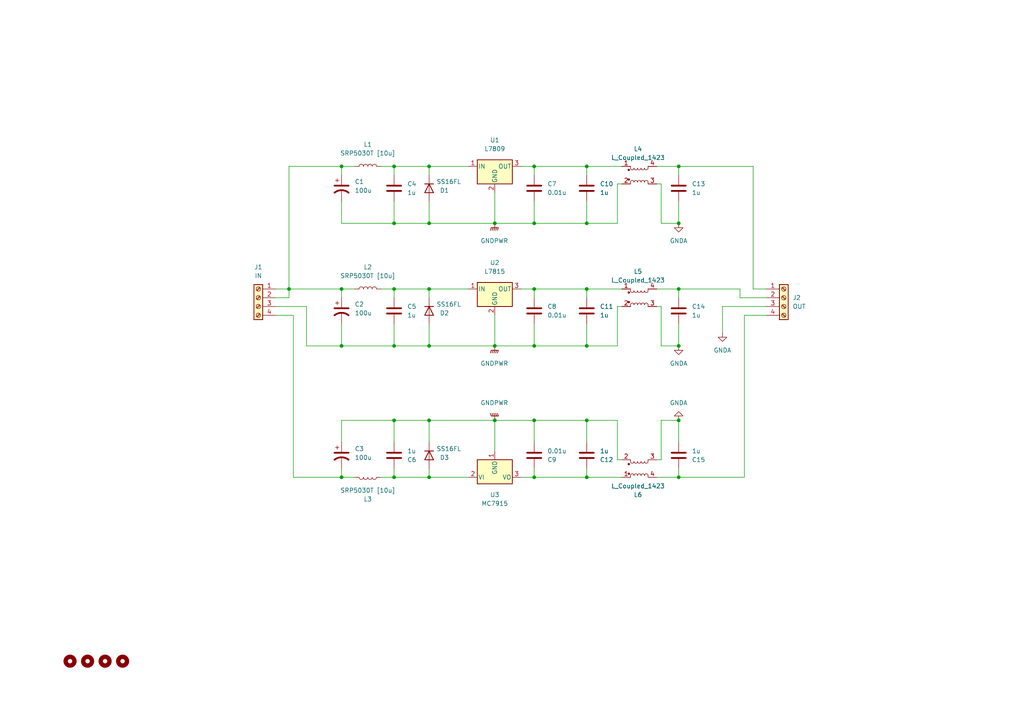
<source format=kicad_sch>
(kicad_sch (version 20211123) (generator eeschema)

  (uuid e63e39d7-6ac0-4ffd-8aa3-1841a4541b55)

  (paper "A4")

  (lib_symbols
    (symbol "Connector:Screw_Terminal_01x04" (pin_names (offset 1.016) hide) (in_bom yes) (on_board yes)
      (property "Reference" "J" (id 0) (at 0 5.08 0)
        (effects (font (size 1.27 1.27)))
      )
      (property "Value" "Screw_Terminal_01x04" (id 1) (at 0 -7.62 0)
        (effects (font (size 1.27 1.27)))
      )
      (property "Footprint" "" (id 2) (at 0 0 0)
        (effects (font (size 1.27 1.27)) hide)
      )
      (property "Datasheet" "~" (id 3) (at 0 0 0)
        (effects (font (size 1.27 1.27)) hide)
      )
      (property "ki_keywords" "screw terminal" (id 4) (at 0 0 0)
        (effects (font (size 1.27 1.27)) hide)
      )
      (property "ki_description" "Generic screw terminal, single row, 01x04, script generated (kicad-library-utils/schlib/autogen/connector/)" (id 5) (at 0 0 0)
        (effects (font (size 1.27 1.27)) hide)
      )
      (property "ki_fp_filters" "TerminalBlock*:*" (id 6) (at 0 0 0)
        (effects (font (size 1.27 1.27)) hide)
      )
      (symbol "Screw_Terminal_01x04_1_1"
        (rectangle (start -1.27 3.81) (end 1.27 -6.35)
          (stroke (width 0.254) (type default) (color 0 0 0 0))
          (fill (type background))
        )
        (circle (center 0 -5.08) (radius 0.635)
          (stroke (width 0.1524) (type default) (color 0 0 0 0))
          (fill (type none))
        )
        (circle (center 0 -2.54) (radius 0.635)
          (stroke (width 0.1524) (type default) (color 0 0 0 0))
          (fill (type none))
        )
        (polyline
          (pts
            (xy -0.5334 -4.7498)
            (xy 0.3302 -5.588)
          )
          (stroke (width 0.1524) (type default) (color 0 0 0 0))
          (fill (type none))
        )
        (polyline
          (pts
            (xy -0.5334 -2.2098)
            (xy 0.3302 -3.048)
          )
          (stroke (width 0.1524) (type default) (color 0 0 0 0))
          (fill (type none))
        )
        (polyline
          (pts
            (xy -0.5334 0.3302)
            (xy 0.3302 -0.508)
          )
          (stroke (width 0.1524) (type default) (color 0 0 0 0))
          (fill (type none))
        )
        (polyline
          (pts
            (xy -0.5334 2.8702)
            (xy 0.3302 2.032)
          )
          (stroke (width 0.1524) (type default) (color 0 0 0 0))
          (fill (type none))
        )
        (polyline
          (pts
            (xy -0.3556 -4.572)
            (xy 0.508 -5.4102)
          )
          (stroke (width 0.1524) (type default) (color 0 0 0 0))
          (fill (type none))
        )
        (polyline
          (pts
            (xy -0.3556 -2.032)
            (xy 0.508 -2.8702)
          )
          (stroke (width 0.1524) (type default) (color 0 0 0 0))
          (fill (type none))
        )
        (polyline
          (pts
            (xy -0.3556 0.508)
            (xy 0.508 -0.3302)
          )
          (stroke (width 0.1524) (type default) (color 0 0 0 0))
          (fill (type none))
        )
        (polyline
          (pts
            (xy -0.3556 3.048)
            (xy 0.508 2.2098)
          )
          (stroke (width 0.1524) (type default) (color 0 0 0 0))
          (fill (type none))
        )
        (circle (center 0 0) (radius 0.635)
          (stroke (width 0.1524) (type default) (color 0 0 0 0))
          (fill (type none))
        )
        (circle (center 0 2.54) (radius 0.635)
          (stroke (width 0.1524) (type default) (color 0 0 0 0))
          (fill (type none))
        )
        (pin passive line (at -5.08 2.54 0) (length 3.81)
          (name "Pin_1" (effects (font (size 1.27 1.27))))
          (number "1" (effects (font (size 1.27 1.27))))
        )
        (pin passive line (at -5.08 0 0) (length 3.81)
          (name "Pin_2" (effects (font (size 1.27 1.27))))
          (number "2" (effects (font (size 1.27 1.27))))
        )
        (pin passive line (at -5.08 -2.54 0) (length 3.81)
          (name "Pin_3" (effects (font (size 1.27 1.27))))
          (number "3" (effects (font (size 1.27 1.27))))
        )
        (pin passive line (at -5.08 -5.08 0) (length 3.81)
          (name "Pin_4" (effects (font (size 1.27 1.27))))
          (number "4" (effects (font (size 1.27 1.27))))
        )
      )
    )
    (symbol "Device:C" (pin_numbers hide) (pin_names (offset 0.254)) (in_bom yes) (on_board yes)
      (property "Reference" "C" (id 0) (at 0.635 2.54 0)
        (effects (font (size 1.27 1.27)) (justify left))
      )
      (property "Value" "C" (id 1) (at 0.635 -2.54 0)
        (effects (font (size 1.27 1.27)) (justify left))
      )
      (property "Footprint" "" (id 2) (at 0.9652 -3.81 0)
        (effects (font (size 1.27 1.27)) hide)
      )
      (property "Datasheet" "~" (id 3) (at 0 0 0)
        (effects (font (size 1.27 1.27)) hide)
      )
      (property "ki_keywords" "cap capacitor" (id 4) (at 0 0 0)
        (effects (font (size 1.27 1.27)) hide)
      )
      (property "ki_description" "Unpolarized capacitor" (id 5) (at 0 0 0)
        (effects (font (size 1.27 1.27)) hide)
      )
      (property "ki_fp_filters" "C_*" (id 6) (at 0 0 0)
        (effects (font (size 1.27 1.27)) hide)
      )
      (symbol "C_0_1"
        (polyline
          (pts
            (xy -2.032 -0.762)
            (xy 2.032 -0.762)
          )
          (stroke (width 0.508) (type default) (color 0 0 0 0))
          (fill (type none))
        )
        (polyline
          (pts
            (xy -2.032 0.762)
            (xy 2.032 0.762)
          )
          (stroke (width 0.508) (type default) (color 0 0 0 0))
          (fill (type none))
        )
      )
      (symbol "C_1_1"
        (pin passive line (at 0 3.81 270) (length 2.794)
          (name "~" (effects (font (size 1.27 1.27))))
          (number "1" (effects (font (size 1.27 1.27))))
        )
        (pin passive line (at 0 -3.81 90) (length 2.794)
          (name "~" (effects (font (size 1.27 1.27))))
          (number "2" (effects (font (size 1.27 1.27))))
        )
      )
    )
    (symbol "Device:C_Polarized_US" (pin_numbers hide) (pin_names (offset 0.254) hide) (in_bom yes) (on_board yes)
      (property "Reference" "C" (id 0) (at 0.635 2.54 0)
        (effects (font (size 1.27 1.27)) (justify left))
      )
      (property "Value" "C_Polarized_US" (id 1) (at 0.635 -2.54 0)
        (effects (font (size 1.27 1.27)) (justify left))
      )
      (property "Footprint" "" (id 2) (at 0 0 0)
        (effects (font (size 1.27 1.27)) hide)
      )
      (property "Datasheet" "~" (id 3) (at 0 0 0)
        (effects (font (size 1.27 1.27)) hide)
      )
      (property "ki_keywords" "cap capacitor" (id 4) (at 0 0 0)
        (effects (font (size 1.27 1.27)) hide)
      )
      (property "ki_description" "Polarized capacitor, US symbol" (id 5) (at 0 0 0)
        (effects (font (size 1.27 1.27)) hide)
      )
      (property "ki_fp_filters" "CP_*" (id 6) (at 0 0 0)
        (effects (font (size 1.27 1.27)) hide)
      )
      (symbol "C_Polarized_US_0_1"
        (polyline
          (pts
            (xy -2.032 0.762)
            (xy 2.032 0.762)
          )
          (stroke (width 0.508) (type default) (color 0 0 0 0))
          (fill (type none))
        )
        (polyline
          (pts
            (xy -1.778 2.286)
            (xy -0.762 2.286)
          )
          (stroke (width 0) (type default) (color 0 0 0 0))
          (fill (type none))
        )
        (polyline
          (pts
            (xy -1.27 1.778)
            (xy -1.27 2.794)
          )
          (stroke (width 0) (type default) (color 0 0 0 0))
          (fill (type none))
        )
        (arc (start 2.032 -1.27) (mid 0 -0.5572) (end -2.032 -1.27)
          (stroke (width 0.508) (type default) (color 0 0 0 0))
          (fill (type none))
        )
      )
      (symbol "C_Polarized_US_1_1"
        (pin passive line (at 0 3.81 270) (length 2.794)
          (name "~" (effects (font (size 1.27 1.27))))
          (number "1" (effects (font (size 1.27 1.27))))
        )
        (pin passive line (at 0 -3.81 90) (length 3.302)
          (name "~" (effects (font (size 1.27 1.27))))
          (number "2" (effects (font (size 1.27 1.27))))
        )
      )
    )
    (symbol "Device:D" (pin_numbers hide) (pin_names (offset 1.016) hide) (in_bom yes) (on_board yes)
      (property "Reference" "D" (id 0) (at 0 2.54 0)
        (effects (font (size 1.27 1.27)))
      )
      (property "Value" "D" (id 1) (at 0 -2.54 0)
        (effects (font (size 1.27 1.27)))
      )
      (property "Footprint" "" (id 2) (at 0 0 0)
        (effects (font (size 1.27 1.27)) hide)
      )
      (property "Datasheet" "~" (id 3) (at 0 0 0)
        (effects (font (size 1.27 1.27)) hide)
      )
      (property "ki_keywords" "diode" (id 4) (at 0 0 0)
        (effects (font (size 1.27 1.27)) hide)
      )
      (property "ki_description" "Diode" (id 5) (at 0 0 0)
        (effects (font (size 1.27 1.27)) hide)
      )
      (property "ki_fp_filters" "TO-???* *_Diode_* *SingleDiode* D_*" (id 6) (at 0 0 0)
        (effects (font (size 1.27 1.27)) hide)
      )
      (symbol "D_0_1"
        (polyline
          (pts
            (xy -1.27 1.27)
            (xy -1.27 -1.27)
          )
          (stroke (width 0.254) (type default) (color 0 0 0 0))
          (fill (type none))
        )
        (polyline
          (pts
            (xy 1.27 0)
            (xy -1.27 0)
          )
          (stroke (width 0) (type default) (color 0 0 0 0))
          (fill (type none))
        )
        (polyline
          (pts
            (xy 1.27 1.27)
            (xy 1.27 -1.27)
            (xy -1.27 0)
            (xy 1.27 1.27)
          )
          (stroke (width 0.254) (type default) (color 0 0 0 0))
          (fill (type none))
        )
      )
      (symbol "D_1_1"
        (pin passive line (at -3.81 0 0) (length 2.54)
          (name "K" (effects (font (size 1.27 1.27))))
          (number "1" (effects (font (size 1.27 1.27))))
        )
        (pin passive line (at 3.81 0 180) (length 2.54)
          (name "A" (effects (font (size 1.27 1.27))))
          (number "2" (effects (font (size 1.27 1.27))))
        )
      )
    )
    (symbol "Device:L" (pin_numbers hide) (pin_names (offset 1.016) hide) (in_bom yes) (on_board yes)
      (property "Reference" "L" (id 0) (at -1.27 0 90)
        (effects (font (size 1.27 1.27)))
      )
      (property "Value" "L" (id 1) (at 1.905 0 90)
        (effects (font (size 1.27 1.27)))
      )
      (property "Footprint" "" (id 2) (at 0 0 0)
        (effects (font (size 1.27 1.27)) hide)
      )
      (property "Datasheet" "~" (id 3) (at 0 0 0)
        (effects (font (size 1.27 1.27)) hide)
      )
      (property "ki_keywords" "inductor choke coil reactor magnetic" (id 4) (at 0 0 0)
        (effects (font (size 1.27 1.27)) hide)
      )
      (property "ki_description" "Inductor" (id 5) (at 0 0 0)
        (effects (font (size 1.27 1.27)) hide)
      )
      (property "ki_fp_filters" "Choke_* *Coil* Inductor_* L_*" (id 6) (at 0 0 0)
        (effects (font (size 1.27 1.27)) hide)
      )
      (symbol "L_0_1"
        (arc (start 0 -2.54) (mid 0.635 -1.905) (end 0 -1.27)
          (stroke (width 0) (type default) (color 0 0 0 0))
          (fill (type none))
        )
        (arc (start 0 -1.27) (mid 0.635 -0.635) (end 0 0)
          (stroke (width 0) (type default) (color 0 0 0 0))
          (fill (type none))
        )
        (arc (start 0 0) (mid 0.635 0.635) (end 0 1.27)
          (stroke (width 0) (type default) (color 0 0 0 0))
          (fill (type none))
        )
        (arc (start 0 1.27) (mid 0.635 1.905) (end 0 2.54)
          (stroke (width 0) (type default) (color 0 0 0 0))
          (fill (type none))
        )
      )
      (symbol "L_1_1"
        (pin passive line (at 0 3.81 270) (length 1.27)
          (name "1" (effects (font (size 1.27 1.27))))
          (number "1" (effects (font (size 1.27 1.27))))
        )
        (pin passive line (at 0 -3.81 90) (length 1.27)
          (name "2" (effects (font (size 1.27 1.27))))
          (number "2" (effects (font (size 1.27 1.27))))
        )
      )
    )
    (symbol "Device:L_Coupled_1423" (pin_names (offset 0.254) hide) (in_bom yes) (on_board yes)
      (property "Reference" "L" (id 0) (at 0 4.445 0)
        (effects (font (size 1.27 1.27)))
      )
      (property "Value" "L_Coupled_1423" (id 1) (at 0 -4.445 0)
        (effects (font (size 1.27 1.27)))
      )
      (property "Footprint" "" (id 2) (at 0 0 0)
        (effects (font (size 1.27 1.27)) hide)
      )
      (property "Datasheet" "~" (id 3) (at 0 0 0)
        (effects (font (size 1.27 1.27)) hide)
      )
      (property "ki_keywords" "inductor choke coil reactor magnetic coupled" (id 4) (at 0 0 0)
        (effects (font (size 1.27 1.27)) hide)
      )
      (property "ki_description" "Coupled inductor" (id 5) (at 0 0 0)
        (effects (font (size 1.27 1.27)) hide)
      )
      (property "ki_fp_filters" "Choke_* *Coil* Inductor_* L_*" (id 6) (at 0 0 0)
        (effects (font (size 1.27 1.27)) hide)
      )
      (symbol "L_Coupled_1423_0_1"
        (circle (center -3.048 -1.27) (radius 0.254)
          (stroke (width 0) (type default) (color 0 0 0 0))
          (fill (type outline))
        )
        (circle (center -3.048 1.524) (radius 0.254)
          (stroke (width 0) (type default) (color 0 0 0 0))
          (fill (type outline))
        )
        (arc (start -2.54 2.032) (mid -2.032 1.524) (end -1.524 2.032)
          (stroke (width 0) (type default) (color 0 0 0 0))
          (fill (type none))
        )
        (arc (start -1.524 -2.032) (mid -2.032 -1.524) (end -2.54 -2.032)
          (stroke (width 0) (type default) (color 0 0 0 0))
          (fill (type none))
        )
        (arc (start -1.524 2.032) (mid -1.016 1.524) (end -0.508 2.032)
          (stroke (width 0) (type default) (color 0 0 0 0))
          (fill (type none))
        )
        (arc (start -0.508 -2.032) (mid -1.016 -1.524) (end -1.524 -2.032)
          (stroke (width 0) (type default) (color 0 0 0 0))
          (fill (type none))
        )
        (arc (start -0.508 2.032) (mid 0 1.524) (end 0.508 2.032)
          (stroke (width 0) (type default) (color 0 0 0 0))
          (fill (type none))
        )
        (polyline
          (pts
            (xy -2.54 -2.032)
            (xy -2.54 -2.54)
          )
          (stroke (width 0) (type default) (color 0 0 0 0))
          (fill (type none))
        )
        (polyline
          (pts
            (xy -2.54 2.032)
            (xy -2.54 2.54)
          )
          (stroke (width 0) (type default) (color 0 0 0 0))
          (fill (type none))
        )
        (polyline
          (pts
            (xy 2.54 -2.032)
            (xy 2.54 -2.54)
          )
          (stroke (width 0) (type default) (color 0 0 0 0))
          (fill (type none))
        )
        (polyline
          (pts
            (xy 2.54 2.54)
            (xy 2.54 2.032)
          )
          (stroke (width 0) (type default) (color 0 0 0 0))
          (fill (type none))
        )
        (arc (start 0.508 -2.032) (mid 0 -1.524) (end -0.508 -2.032)
          (stroke (width 0) (type default) (color 0 0 0 0))
          (fill (type none))
        )
        (arc (start 0.508 2.032) (mid 1.016 1.524) (end 1.524 2.032)
          (stroke (width 0) (type default) (color 0 0 0 0))
          (fill (type none))
        )
        (arc (start 1.524 -2.032) (mid 1.016 -1.524) (end 0.508 -2.032)
          (stroke (width 0) (type default) (color 0 0 0 0))
          (fill (type none))
        )
        (arc (start 1.524 2.032) (mid 2.032 1.524) (end 2.54 2.032)
          (stroke (width 0) (type default) (color 0 0 0 0))
          (fill (type none))
        )
        (arc (start 2.54 -2.032) (mid 2.032 -1.524) (end 1.524 -2.032)
          (stroke (width 0) (type default) (color 0 0 0 0))
          (fill (type none))
        )
      )
      (symbol "L_Coupled_1423_1_1"
        (pin passive line (at -5.08 2.54 0) (length 2.54)
          (name "1" (effects (font (size 1.27 1.27))))
          (number "1" (effects (font (size 1.27 1.27))))
        )
        (pin passive line (at -5.08 -2.54 0) (length 2.54)
          (name "2" (effects (font (size 1.27 1.27))))
          (number "2" (effects (font (size 1.27 1.27))))
        )
        (pin passive line (at 5.08 -2.54 180) (length 2.54)
          (name "3" (effects (font (size 1.27 1.27))))
          (number "3" (effects (font (size 1.27 1.27))))
        )
        (pin passive line (at 5.08 2.54 180) (length 2.54)
          (name "4" (effects (font (size 1.27 1.27))))
          (number "4" (effects (font (size 1.27 1.27))))
        )
      )
    )
    (symbol "Mechanical:MountingHole" (pin_names (offset 1.016)) (in_bom yes) (on_board yes)
      (property "Reference" "H" (id 0) (at 0 5.08 0)
        (effects (font (size 1.27 1.27)))
      )
      (property "Value" "MountingHole" (id 1) (at 0 3.175 0)
        (effects (font (size 1.27 1.27)))
      )
      (property "Footprint" "" (id 2) (at 0 0 0)
        (effects (font (size 1.27 1.27)) hide)
      )
      (property "Datasheet" "~" (id 3) (at 0 0 0)
        (effects (font (size 1.27 1.27)) hide)
      )
      (property "ki_keywords" "mounting hole" (id 4) (at 0 0 0)
        (effects (font (size 1.27 1.27)) hide)
      )
      (property "ki_description" "Mounting Hole without connection" (id 5) (at 0 0 0)
        (effects (font (size 1.27 1.27)) hide)
      )
      (property "ki_fp_filters" "MountingHole*" (id 6) (at 0 0 0)
        (effects (font (size 1.27 1.27)) hide)
      )
      (symbol "MountingHole_0_1"
        (circle (center 0 0) (radius 1.27)
          (stroke (width 1.27) (type default) (color 0 0 0 0))
          (fill (type none))
        )
      )
    )
    (symbol "Regulator_Linear:L7809" (pin_names (offset 0.254)) (in_bom yes) (on_board yes)
      (property "Reference" "U" (id 0) (at -3.81 3.175 0)
        (effects (font (size 1.27 1.27)))
      )
      (property "Value" "L7809" (id 1) (at 0 3.175 0)
        (effects (font (size 1.27 1.27)) (justify left))
      )
      (property "Footprint" "" (id 2) (at 0.635 -3.81 0)
        (effects (font (size 1.27 1.27) italic) (justify left) hide)
      )
      (property "Datasheet" "http://www.st.com/content/ccc/resource/technical/document/datasheet/41/4f/b3/b0/12/d4/47/88/CD00000444.pdf/files/CD00000444.pdf/jcr:content/translations/en.CD00000444.pdf" (id 3) (at 0 -1.27 0)
        (effects (font (size 1.27 1.27)) hide)
      )
      (property "ki_keywords" "Voltage Regulator 1.5A Positive" (id 4) (at 0 0 0)
        (effects (font (size 1.27 1.27)) hide)
      )
      (property "ki_description" "Positive 1.5A 35V Linear Regulator, Fixed Output 9V, TO-220/TO-263/TO-252" (id 5) (at 0 0 0)
        (effects (font (size 1.27 1.27)) hide)
      )
      (property "ki_fp_filters" "TO?252* TO?263* TO?220*" (id 6) (at 0 0 0)
        (effects (font (size 1.27 1.27)) hide)
      )
      (symbol "L7809_0_1"
        (rectangle (start -5.08 1.905) (end 5.08 -5.08)
          (stroke (width 0.254) (type default) (color 0 0 0 0))
          (fill (type background))
        )
      )
      (symbol "L7809_1_1"
        (pin power_in line (at -7.62 0 0) (length 2.54)
          (name "IN" (effects (font (size 1.27 1.27))))
          (number "1" (effects (font (size 1.27 1.27))))
        )
        (pin power_in line (at 0 -7.62 90) (length 2.54)
          (name "GND" (effects (font (size 1.27 1.27))))
          (number "2" (effects (font (size 1.27 1.27))))
        )
        (pin power_out line (at 7.62 0 180) (length 2.54)
          (name "OUT" (effects (font (size 1.27 1.27))))
          (number "3" (effects (font (size 1.27 1.27))))
        )
      )
    )
    (symbol "Regulator_Linear:L7815" (pin_names (offset 0.254)) (in_bom yes) (on_board yes)
      (property "Reference" "U" (id 0) (at -3.81 3.175 0)
        (effects (font (size 1.27 1.27)))
      )
      (property "Value" "L7815" (id 1) (at 0 3.175 0)
        (effects (font (size 1.27 1.27)) (justify left))
      )
      (property "Footprint" "" (id 2) (at 0.635 -3.81 0)
        (effects (font (size 1.27 1.27) italic) (justify left) hide)
      )
      (property "Datasheet" "http://www.st.com/content/ccc/resource/technical/document/datasheet/41/4f/b3/b0/12/d4/47/88/CD00000444.pdf/files/CD00000444.pdf/jcr:content/translations/en.CD00000444.pdf" (id 3) (at 0 -1.27 0)
        (effects (font (size 1.27 1.27)) hide)
      )
      (property "ki_keywords" "Voltage Regulator 1.5A Positive" (id 4) (at 0 0 0)
        (effects (font (size 1.27 1.27)) hide)
      )
      (property "ki_description" "Positive 1.5A 35V Linear Regulator, Fixed Output 15V, TO-220/TO-263/TO-252" (id 5) (at 0 0 0)
        (effects (font (size 1.27 1.27)) hide)
      )
      (property "ki_fp_filters" "TO?252* TO?263* TO?220*" (id 6) (at 0 0 0)
        (effects (font (size 1.27 1.27)) hide)
      )
      (symbol "L7815_0_1"
        (rectangle (start -5.08 1.905) (end 5.08 -5.08)
          (stroke (width 0.254) (type default) (color 0 0 0 0))
          (fill (type background))
        )
      )
      (symbol "L7815_1_1"
        (pin power_in line (at -7.62 0 0) (length 2.54)
          (name "IN" (effects (font (size 1.27 1.27))))
          (number "1" (effects (font (size 1.27 1.27))))
        )
        (pin power_in line (at 0 -7.62 90) (length 2.54)
          (name "GND" (effects (font (size 1.27 1.27))))
          (number "2" (effects (font (size 1.27 1.27))))
        )
        (pin power_out line (at 7.62 0 180) (length 2.54)
          (name "OUT" (effects (font (size 1.27 1.27))))
          (number "3" (effects (font (size 1.27 1.27))))
        )
      )
    )
    (symbol "Regulator_Linear:MC7915" (pin_names (offset 0.254)) (in_bom yes) (on_board yes)
      (property "Reference" "U" (id 0) (at -3.81 -3.175 0)
        (effects (font (size 1.27 1.27)))
      )
      (property "Value" "MC7915" (id 1) (at 0 -3.175 0)
        (effects (font (size 1.27 1.27)) (justify left))
      )
      (property "Footprint" "" (id 2) (at 0 -5.08 0)
        (effects (font (size 1.27 1.27) italic) hide)
      )
      (property "Datasheet" "http://www.onsemi.com/pub/Collateral/MC7900-D.PDF" (id 3) (at 0 0 0)
        (effects (font (size 1.27 1.27)) hide)
      )
      (property "ki_keywords" "Voltage Regulator 1.5A Negative" (id 4) (at 0 0 0)
        (effects (font (size 1.27 1.27)) hide)
      )
      (property "ki_description" "Negative 1A 35V Linear Regulator, Fixed Output -15V, TO-220/TO-263" (id 5) (at 0 0 0)
        (effects (font (size 1.27 1.27)) hide)
      )
      (property "ki_fp_filters" "TO?220* TO?263*" (id 6) (at 0 0 0)
        (effects (font (size 1.27 1.27)) hide)
      )
      (symbol "MC7915_0_1"
        (rectangle (start -5.08 5.08) (end 5.08 -1.905)
          (stroke (width 0.254) (type default) (color 0 0 0 0))
          (fill (type background))
        )
      )
      (symbol "MC7915_1_1"
        (pin power_in line (at 0 7.62 270) (length 2.54)
          (name "GND" (effects (font (size 1.27 1.27))))
          (number "1" (effects (font (size 1.27 1.27))))
        )
        (pin power_in line (at -7.62 0 0) (length 2.54)
          (name "VI" (effects (font (size 1.27 1.27))))
          (number "2" (effects (font (size 1.27 1.27))))
        )
        (pin power_out line (at 7.62 0 180) (length 2.54)
          (name "VO" (effects (font (size 1.27 1.27))))
          (number "3" (effects (font (size 1.27 1.27))))
        )
      )
    )
    (symbol "power:GNDA" (power) (pin_names (offset 0)) (in_bom yes) (on_board yes)
      (property "Reference" "#PWR" (id 0) (at 0 -6.35 0)
        (effects (font (size 1.27 1.27)) hide)
      )
      (property "Value" "GNDA" (id 1) (at 0 -3.81 0)
        (effects (font (size 1.27 1.27)))
      )
      (property "Footprint" "" (id 2) (at 0 0 0)
        (effects (font (size 1.27 1.27)) hide)
      )
      (property "Datasheet" "" (id 3) (at 0 0 0)
        (effects (font (size 1.27 1.27)) hide)
      )
      (property "ki_keywords" "power-flag" (id 4) (at 0 0 0)
        (effects (font (size 1.27 1.27)) hide)
      )
      (property "ki_description" "Power symbol creates a global label with name \"GNDA\" , analog ground" (id 5) (at 0 0 0)
        (effects (font (size 1.27 1.27)) hide)
      )
      (symbol "GNDA_0_1"
        (polyline
          (pts
            (xy 0 0)
            (xy 0 -1.27)
            (xy 1.27 -1.27)
            (xy 0 -2.54)
            (xy -1.27 -1.27)
            (xy 0 -1.27)
          )
          (stroke (width 0) (type default) (color 0 0 0 0))
          (fill (type none))
        )
      )
      (symbol "GNDA_1_1"
        (pin power_in line (at 0 0 270) (length 0) hide
          (name "GNDA" (effects (font (size 1.27 1.27))))
          (number "1" (effects (font (size 1.27 1.27))))
        )
      )
    )
    (symbol "power:GNDPWR" (power) (pin_names (offset 0)) (in_bom yes) (on_board yes)
      (property "Reference" "#PWR" (id 0) (at 0 -5.08 0)
        (effects (font (size 1.27 1.27)) hide)
      )
      (property "Value" "GNDPWR" (id 1) (at 0 -3.302 0)
        (effects (font (size 1.27 1.27)))
      )
      (property "Footprint" "" (id 2) (at 0 -1.27 0)
        (effects (font (size 1.27 1.27)) hide)
      )
      (property "Datasheet" "" (id 3) (at 0 -1.27 0)
        (effects (font (size 1.27 1.27)) hide)
      )
      (property "ki_keywords" "power-flag" (id 4) (at 0 0 0)
        (effects (font (size 1.27 1.27)) hide)
      )
      (property "ki_description" "Power symbol creates a global label with name \"GNDPWR\" , power ground" (id 5) (at 0 0 0)
        (effects (font (size 1.27 1.27)) hide)
      )
      (symbol "GNDPWR_0_1"
        (polyline
          (pts
            (xy 0 -1.27)
            (xy 0 0)
          )
          (stroke (width 0) (type default) (color 0 0 0 0))
          (fill (type none))
        )
        (polyline
          (pts
            (xy -1.016 -1.27)
            (xy -1.27 -2.032)
            (xy -1.27 -2.032)
          )
          (stroke (width 0.2032) (type default) (color 0 0 0 0))
          (fill (type none))
        )
        (polyline
          (pts
            (xy -0.508 -1.27)
            (xy -0.762 -2.032)
            (xy -0.762 -2.032)
          )
          (stroke (width 0.2032) (type default) (color 0 0 0 0))
          (fill (type none))
        )
        (polyline
          (pts
            (xy 0 -1.27)
            (xy -0.254 -2.032)
            (xy -0.254 -2.032)
          )
          (stroke (width 0.2032) (type default) (color 0 0 0 0))
          (fill (type none))
        )
        (polyline
          (pts
            (xy 0.508 -1.27)
            (xy 0.254 -2.032)
            (xy 0.254 -2.032)
          )
          (stroke (width 0.2032) (type default) (color 0 0 0 0))
          (fill (type none))
        )
        (polyline
          (pts
            (xy 1.016 -1.27)
            (xy -1.016 -1.27)
            (xy -1.016 -1.27)
          )
          (stroke (width 0.2032) (type default) (color 0 0 0 0))
          (fill (type none))
        )
        (polyline
          (pts
            (xy 1.016 -1.27)
            (xy 0.762 -2.032)
            (xy 0.762 -2.032)
            (xy 0.762 -2.032)
          )
          (stroke (width 0.2032) (type default) (color 0 0 0 0))
          (fill (type none))
        )
      )
      (symbol "GNDPWR_1_1"
        (pin power_in line (at 0 0 270) (length 0) hide
          (name "GNDPWR" (effects (font (size 1.27 1.27))))
          (number "1" (effects (font (size 1.27 1.27))))
        )
      )
    )
  )

  (junction (at 114.3 100.33) (diameter 0) (color 0 0 0 0)
    (uuid 07ced293-9fa0-48b3-a946-a2905fdc32ac)
  )
  (junction (at 114.3 121.92) (diameter 0) (color 0 0 0 0)
    (uuid 07f3ea7f-53d7-4217-a834-d01f87969690)
  )
  (junction (at 196.85 121.92) (diameter 0) (color 0 0 0 0)
    (uuid 10f72c92-5bd9-4666-8d7f-15f985b3b5e7)
  )
  (junction (at 124.46 64.77) (diameter 0) (color 0 0 0 0)
    (uuid 124cfd4e-fbc9-49c8-b066-0a9cb3c3fcc4)
  )
  (junction (at 170.18 48.26) (diameter 0) (color 0 0 0 0)
    (uuid 1444709b-532e-434a-ad63-09472db3076d)
  )
  (junction (at 170.18 121.92) (diameter 0) (color 0 0 0 0)
    (uuid 186185ef-37af-4929-8f16-95b948ff6b42)
  )
  (junction (at 124.46 48.26) (diameter 0) (color 0 0 0 0)
    (uuid 20db6c29-b790-467d-b624-e74127d859da)
  )
  (junction (at 124.46 121.92) (diameter 0) (color 0 0 0 0)
    (uuid 242f9519-bdb0-4f07-b772-30f14c603ad5)
  )
  (junction (at 154.94 64.77) (diameter 0) (color 0 0 0 0)
    (uuid 28951d38-d6a8-4fe7-ae55-fd4ac4d83bc6)
  )
  (junction (at 99.06 83.82) (diameter 0) (color 0 0 0 0)
    (uuid 30ca6659-2c5f-4db6-a69b-cae1a1f6621e)
  )
  (junction (at 124.46 138.43) (diameter 0) (color 0 0 0 0)
    (uuid 32c6b611-a1f1-4ef6-b715-dc84841a662e)
  )
  (junction (at 170.18 100.33) (diameter 0) (color 0 0 0 0)
    (uuid 364cc7ba-4885-4945-b62d-ec9f21e64d70)
  )
  (junction (at 154.94 48.26) (diameter 0) (color 0 0 0 0)
    (uuid 3ad297da-ea17-4478-924f-d34569968aef)
  )
  (junction (at 124.46 100.33) (diameter 0) (color 0 0 0 0)
    (uuid 3b9f38cd-52fc-4546-8635-48f550c6f16d)
  )
  (junction (at 196.85 48.26) (diameter 0) (color 0 0 0 0)
    (uuid 3eb4bff3-8b89-4faf-a9e6-b9d862e5b7d9)
  )
  (junction (at 196.85 83.82) (diameter 0) (color 0 0 0 0)
    (uuid 43fcd8b4-9a68-4076-8fdc-04b4e576a761)
  )
  (junction (at 170.18 83.82) (diameter 0) (color 0 0 0 0)
    (uuid 4a16e6f8-3500-44d4-8fa7-89cd5670ecf3)
  )
  (junction (at 170.18 138.43) (diameter 0) (color 0 0 0 0)
    (uuid 5153bb93-1428-438f-81a0-b855c67edada)
  )
  (junction (at 99.06 100.33) (diameter 0) (color 0 0 0 0)
    (uuid 55f5a9a6-0cb4-4ef3-a7cf-774a4d2c792b)
  )
  (junction (at 99.06 48.26) (diameter 0) (color 0 0 0 0)
    (uuid 6dba4c74-6df2-437b-8714-645e58c4a376)
  )
  (junction (at 114.3 138.43) (diameter 0) (color 0 0 0 0)
    (uuid 75e67702-ecf8-4ce8-b79d-9b102b65fba4)
  )
  (junction (at 114.3 48.26) (diameter 0) (color 0 0 0 0)
    (uuid 85553d9a-810b-4aed-8700-17dc7b30957e)
  )
  (junction (at 154.94 121.92) (diameter 0) (color 0 0 0 0)
    (uuid 87f64629-0271-4261-87e9-81b91203a8a9)
  )
  (junction (at 196.85 100.33) (diameter 0) (color 0 0 0 0)
    (uuid 8ac08bc0-d270-48d5-9d0a-b7435dbd84b8)
  )
  (junction (at 154.94 83.82) (diameter 0) (color 0 0 0 0)
    (uuid 904a3f29-c77b-45fc-9334-1e8d60ab1561)
  )
  (junction (at 154.94 138.43) (diameter 0) (color 0 0 0 0)
    (uuid 976f408f-2ed3-4d3a-a0d4-4318ec150f16)
  )
  (junction (at 124.46 83.82) (diameter 0) (color 0 0 0 0)
    (uuid 978d23ef-c90e-4b7d-bdae-f82a070733e5)
  )
  (junction (at 114.3 83.82) (diameter 0) (color 0 0 0 0)
    (uuid 9a1b59cf-acee-44c9-8347-5b4f8bd2bf24)
  )
  (junction (at 196.85 64.77) (diameter 0) (color 0 0 0 0)
    (uuid a3f56881-1b6c-4329-8e5e-79f95316a77c)
  )
  (junction (at 196.85 138.43) (diameter 0) (color 0 0 0 0)
    (uuid a5867476-fea4-418a-afa7-20ad496c5927)
  )
  (junction (at 143.51 121.92) (diameter 0) (color 0 0 0 0)
    (uuid acb7f6ac-da80-43f8-9c01-bb7577fcf446)
  )
  (junction (at 143.51 100.33) (diameter 0) (color 0 0 0 0)
    (uuid ae3be15b-8a87-45dc-a314-b14ef35d879c)
  )
  (junction (at 143.51 64.77) (diameter 0) (color 0 0 0 0)
    (uuid c16c6a2a-aff5-434c-82ca-506d394902da)
  )
  (junction (at 170.18 64.77) (diameter 0) (color 0 0 0 0)
    (uuid d28f8a29-9379-414d-a599-4232707560b2)
  )
  (junction (at 114.3 64.77) (diameter 0) (color 0 0 0 0)
    (uuid da6749e2-bcea-4579-bd86-53c5581f52ba)
  )
  (junction (at 83.82 83.82) (diameter 0) (color 0 0 0 0)
    (uuid e8d539bb-e6fc-459a-9121-2baa816cc535)
  )
  (junction (at 99.06 138.43) (diameter 0) (color 0 0 0 0)
    (uuid f1bd166a-b69a-43d1-9c7d-97efa3f8e00d)
  )
  (junction (at 154.94 100.33) (diameter 0) (color 0 0 0 0)
    (uuid f77e20ba-a716-49ab-ad55-f83ed4b10f96)
  )

  (wire (pts (xy 196.85 93.98) (xy 196.85 100.33))
    (stroke (width 0) (type default) (color 0 0 0 0))
    (uuid 08ce450c-bb9f-4721-8933-092a3fc77cd0)
  )
  (wire (pts (xy 124.46 64.77) (xy 114.3 64.77))
    (stroke (width 0) (type default) (color 0 0 0 0))
    (uuid 0a2beab7-fb8d-45de-908c-65e8f4ec034b)
  )
  (wire (pts (xy 154.94 128.27) (xy 154.94 121.92))
    (stroke (width 0) (type default) (color 0 0 0 0))
    (uuid 0b4b42b3-1549-4e93-94d8-12f0747e68c3)
  )
  (wire (pts (xy 215.9 138.43) (xy 196.85 138.43))
    (stroke (width 0) (type default) (color 0 0 0 0))
    (uuid 0d07542b-2ac9-4b60-851d-fdc696369013)
  )
  (wire (pts (xy 114.3 48.26) (xy 124.46 48.26))
    (stroke (width 0) (type default) (color 0 0 0 0))
    (uuid 0e9e763e-410d-4b7e-9899-c785c9775732)
  )
  (wire (pts (xy 214.63 83.82) (xy 196.85 83.82))
    (stroke (width 0) (type default) (color 0 0 0 0))
    (uuid 10a7475d-9c48-4eb7-b692-9d5496c20fd9)
  )
  (wire (pts (xy 196.85 128.27) (xy 196.85 121.92))
    (stroke (width 0) (type default) (color 0 0 0 0))
    (uuid 10f17beb-2c39-4cbf-9793-bf3e7473594c)
  )
  (wire (pts (xy 196.85 83.82) (xy 190.5 83.82))
    (stroke (width 0) (type default) (color 0 0 0 0))
    (uuid 13b9bf95-e9f1-434e-8289-48584d864d6b)
  )
  (wire (pts (xy 99.06 83.82) (xy 102.87 83.82))
    (stroke (width 0) (type default) (color 0 0 0 0))
    (uuid 1a6a211e-b360-43c6-b8b7-274c0fad3d45)
  )
  (wire (pts (xy 151.13 48.26) (xy 154.94 48.26))
    (stroke (width 0) (type default) (color 0 0 0 0))
    (uuid 1ac05b5d-19dc-4fa5-bd99-dd9435fed60a)
  )
  (wire (pts (xy 222.25 83.82) (xy 218.44 83.82))
    (stroke (width 0) (type default) (color 0 0 0 0))
    (uuid 1ccd6417-6b60-4c9e-aa37-d30a4f4547ac)
  )
  (wire (pts (xy 196.85 50.8) (xy 196.85 48.26))
    (stroke (width 0) (type default) (color 0 0 0 0))
    (uuid 1ced9388-e1e6-4de6-9400-b387e66f6876)
  )
  (wire (pts (xy 218.44 48.26) (xy 196.85 48.26))
    (stroke (width 0) (type default) (color 0 0 0 0))
    (uuid 1dc931e2-42fc-4ca6-ae6f-559a57339fb5)
  )
  (wire (pts (xy 99.06 138.43) (xy 102.87 138.43))
    (stroke (width 0) (type default) (color 0 0 0 0))
    (uuid 2082a362-7d97-4647-b248-af92f784870b)
  )
  (wire (pts (xy 143.51 100.33) (xy 124.46 100.33))
    (stroke (width 0) (type default) (color 0 0 0 0))
    (uuid 238526c7-f555-4ce0-b311-d60e0694135e)
  )
  (wire (pts (xy 83.82 86.36) (xy 80.01 86.36))
    (stroke (width 0) (type default) (color 0 0 0 0))
    (uuid 26704377-7f2c-44cf-8c0e-80c1e0d82663)
  )
  (wire (pts (xy 154.94 83.82) (xy 170.18 83.82))
    (stroke (width 0) (type default) (color 0 0 0 0))
    (uuid 2756c25b-75ee-4176-8fd4-31aef532193d)
  )
  (wire (pts (xy 80.01 83.82) (xy 83.82 83.82))
    (stroke (width 0) (type default) (color 0 0 0 0))
    (uuid 2c442f92-e1f7-4283-a46f-84785c299a97)
  )
  (wire (pts (xy 99.06 135.89) (xy 99.06 138.43))
    (stroke (width 0) (type default) (color 0 0 0 0))
    (uuid 312a1ecc-1a91-4da6-a949-a11d3f0d92e2)
  )
  (wire (pts (xy 114.3 83.82) (xy 124.46 83.82))
    (stroke (width 0) (type default) (color 0 0 0 0))
    (uuid 313a9aad-3e4f-49d3-aae8-d15255c01b9f)
  )
  (wire (pts (xy 170.18 93.98) (xy 170.18 100.33))
    (stroke (width 0) (type default) (color 0 0 0 0))
    (uuid 315b302a-8e0b-47d2-a4fc-aa6bb3c93890)
  )
  (wire (pts (xy 124.46 135.89) (xy 124.46 138.43))
    (stroke (width 0) (type default) (color 0 0 0 0))
    (uuid 38bd96c2-ca72-422c-aa34-2ed539c088d3)
  )
  (wire (pts (xy 180.34 88.9) (xy 179.07 88.9))
    (stroke (width 0) (type default) (color 0 0 0 0))
    (uuid 38cea36e-fd35-4cc6-a693-77cdd26ff758)
  )
  (wire (pts (xy 196.85 58.42) (xy 196.85 64.77))
    (stroke (width 0) (type default) (color 0 0 0 0))
    (uuid 3b6d9f60-4269-4f95-aad5-0fc5b2b345b4)
  )
  (wire (pts (xy 83.82 48.26) (xy 83.82 83.82))
    (stroke (width 0) (type default) (color 0 0 0 0))
    (uuid 3fbfd353-b5b8-4038-8c34-859a8695574e)
  )
  (wire (pts (xy 110.49 138.43) (xy 114.3 138.43))
    (stroke (width 0) (type default) (color 0 0 0 0))
    (uuid 424f104b-a4a5-4cc4-8b35-ddaecd91663d)
  )
  (wire (pts (xy 114.3 121.92) (xy 99.06 121.92))
    (stroke (width 0) (type default) (color 0 0 0 0))
    (uuid 4370af2b-b3b4-4c5b-8a74-adb54ed74382)
  )
  (wire (pts (xy 114.3 50.8) (xy 114.3 48.26))
    (stroke (width 0) (type default) (color 0 0 0 0))
    (uuid 45dc21fe-6bad-4376-897b-5ff9bce7521d)
  )
  (wire (pts (xy 88.9 88.9) (xy 88.9 100.33))
    (stroke (width 0) (type default) (color 0 0 0 0))
    (uuid 46f0bf52-74ba-4b31-82fa-28a9e698d1f1)
  )
  (wire (pts (xy 190.5 53.34) (xy 191.77 53.34))
    (stroke (width 0) (type default) (color 0 0 0 0))
    (uuid 4784f710-47dc-401c-94f2-26e3be169eb9)
  )
  (wire (pts (xy 114.3 93.98) (xy 114.3 100.33))
    (stroke (width 0) (type default) (color 0 0 0 0))
    (uuid 48802008-910f-4d39-a3ba-1d203c6f579f)
  )
  (wire (pts (xy 110.49 48.26) (xy 114.3 48.26))
    (stroke (width 0) (type default) (color 0 0 0 0))
    (uuid 4c2f340f-9a07-4d51-b9d0-6019427daa15)
  )
  (wire (pts (xy 154.94 83.82) (xy 154.94 86.36))
    (stroke (width 0) (type default) (color 0 0 0 0))
    (uuid 4c429d53-68d7-46d1-8857-ffde8f8b182e)
  )
  (wire (pts (xy 170.18 48.26) (xy 180.34 48.26))
    (stroke (width 0) (type default) (color 0 0 0 0))
    (uuid 4c6d16c8-feec-44ee-92c6-ab9b75006098)
  )
  (wire (pts (xy 99.06 86.36) (xy 99.06 83.82))
    (stroke (width 0) (type default) (color 0 0 0 0))
    (uuid 4d647034-2e1a-40b0-8edd-3312e67adc42)
  )
  (wire (pts (xy 154.94 48.26) (xy 170.18 48.26))
    (stroke (width 0) (type default) (color 0 0 0 0))
    (uuid 4f51dda0-8980-4672-811a-306a76d6bfc3)
  )
  (wire (pts (xy 196.85 135.89) (xy 196.85 138.43))
    (stroke (width 0) (type default) (color 0 0 0 0))
    (uuid 4fae8f87-6d92-44b9-870d-c50e50714614)
  )
  (wire (pts (xy 124.46 50.8) (xy 124.46 48.26))
    (stroke (width 0) (type default) (color 0 0 0 0))
    (uuid 5250f297-3e2a-4586-8f09-f76dde30b42b)
  )
  (wire (pts (xy 124.46 48.26) (xy 135.89 48.26))
    (stroke (width 0) (type default) (color 0 0 0 0))
    (uuid 526cd40c-bdf6-428c-b412-679ffa7f503f)
  )
  (wire (pts (xy 143.51 55.88) (xy 143.51 64.77))
    (stroke (width 0) (type default) (color 0 0 0 0))
    (uuid 528ccf1e-95d9-437f-91da-701749e47cee)
  )
  (wire (pts (xy 110.49 83.82) (xy 114.3 83.82))
    (stroke (width 0) (type default) (color 0 0 0 0))
    (uuid 54430cfb-8edf-4b12-972c-6f1c73a1d897)
  )
  (wire (pts (xy 124.46 93.98) (xy 124.46 100.33))
    (stroke (width 0) (type default) (color 0 0 0 0))
    (uuid 547f1157-6fc0-4f9f-adbc-3688b7631966)
  )
  (wire (pts (xy 222.25 91.44) (xy 215.9 91.44))
    (stroke (width 0) (type default) (color 0 0 0 0))
    (uuid 5599c5fa-77da-4285-9e47-58e275cffcad)
  )
  (wire (pts (xy 170.18 83.82) (xy 170.18 86.36))
    (stroke (width 0) (type default) (color 0 0 0 0))
    (uuid 55c2f6e6-0689-4ec1-a4f8-adbfda28d0a5)
  )
  (wire (pts (xy 124.46 121.92) (xy 114.3 121.92))
    (stroke (width 0) (type default) (color 0 0 0 0))
    (uuid 58a72614-8736-4d29-814c-480b5f42803b)
  )
  (wire (pts (xy 99.06 48.26) (xy 102.87 48.26))
    (stroke (width 0) (type default) (color 0 0 0 0))
    (uuid 65d4e368-9c1c-4367-8675-f7a538d33e04)
  )
  (wire (pts (xy 154.94 58.42) (xy 154.94 64.77))
    (stroke (width 0) (type default) (color 0 0 0 0))
    (uuid 668464bd-f505-4b31-883f-87995ec360ed)
  )
  (wire (pts (xy 85.09 91.44) (xy 85.09 138.43))
    (stroke (width 0) (type default) (color 0 0 0 0))
    (uuid 668a8702-f2d9-4859-810d-f674819fa2f0)
  )
  (wire (pts (xy 151.13 83.82) (xy 154.94 83.82))
    (stroke (width 0) (type default) (color 0 0 0 0))
    (uuid 66fc665a-27e7-4c8e-a504-20384c22eac3)
  )
  (wire (pts (xy 196.85 86.36) (xy 196.85 83.82))
    (stroke (width 0) (type default) (color 0 0 0 0))
    (uuid 6867d460-e41f-44e7-9949-fc33e9d186dd)
  )
  (wire (pts (xy 143.51 64.77) (xy 124.46 64.77))
    (stroke (width 0) (type default) (color 0 0 0 0))
    (uuid 6bdb399b-af74-4a81-ac00-0607d8af0ebd)
  )
  (wire (pts (xy 215.9 91.44) (xy 215.9 138.43))
    (stroke (width 0) (type default) (color 0 0 0 0))
    (uuid 6f2b0249-0a0d-4ee7-acc3-b019659ce973)
  )
  (wire (pts (xy 222.25 88.9) (xy 209.55 88.9))
    (stroke (width 0) (type default) (color 0 0 0 0))
    (uuid 6f5b4c2b-adf9-4449-8a75-6dabfe38d0d4)
  )
  (wire (pts (xy 143.51 121.92) (xy 124.46 121.92))
    (stroke (width 0) (type default) (color 0 0 0 0))
    (uuid 70a6d050-6f60-41a5-b45d-628f6ed94a54)
  )
  (wire (pts (xy 80.01 91.44) (xy 85.09 91.44))
    (stroke (width 0) (type default) (color 0 0 0 0))
    (uuid 70b26747-2f38-4a77-a9e8-cdc1eedcc4b4)
  )
  (wire (pts (xy 191.77 100.33) (xy 196.85 100.33))
    (stroke (width 0) (type default) (color 0 0 0 0))
    (uuid 71221839-bd43-42ad-8a19-2ea9f0bf68bf)
  )
  (wire (pts (xy 154.94 121.92) (xy 143.51 121.92))
    (stroke (width 0) (type default) (color 0 0 0 0))
    (uuid 7212c5be-c779-4ed2-a495-9a39c98906a7)
  )
  (wire (pts (xy 99.06 121.92) (xy 99.06 128.27))
    (stroke (width 0) (type default) (color 0 0 0 0))
    (uuid 7363c803-dadb-4ea2-bf68-7fcf6ff8f961)
  )
  (wire (pts (xy 179.07 53.34) (xy 179.07 64.77))
    (stroke (width 0) (type default) (color 0 0 0 0))
    (uuid 767fbcda-d4a4-46b5-9829-cb192805a317)
  )
  (wire (pts (xy 114.3 100.33) (xy 99.06 100.33))
    (stroke (width 0) (type default) (color 0 0 0 0))
    (uuid 76976abc-467a-41c7-8e35-85e606df5874)
  )
  (wire (pts (xy 114.3 138.43) (xy 124.46 138.43))
    (stroke (width 0) (type default) (color 0 0 0 0))
    (uuid 77acec92-e9af-412c-a43d-010686bcb6c6)
  )
  (wire (pts (xy 180.34 133.35) (xy 179.07 133.35))
    (stroke (width 0) (type default) (color 0 0 0 0))
    (uuid 77b82267-6084-4d5a-92cc-5da3106547e0)
  )
  (wire (pts (xy 190.5 133.35) (xy 191.77 133.35))
    (stroke (width 0) (type default) (color 0 0 0 0))
    (uuid 78028df8-f88e-4401-9be8-aa93fbd0997d)
  )
  (wire (pts (xy 191.77 64.77) (xy 196.85 64.77))
    (stroke (width 0) (type default) (color 0 0 0 0))
    (uuid 7ca3c267-9614-44d3-9e3a-70720a3f7453)
  )
  (wire (pts (xy 114.3 135.89) (xy 114.3 138.43))
    (stroke (width 0) (type default) (color 0 0 0 0))
    (uuid 84984d6e-b04c-4c95-9faa-6ca463ebd5df)
  )
  (wire (pts (xy 154.94 48.26) (xy 154.94 50.8))
    (stroke (width 0) (type default) (color 0 0 0 0))
    (uuid 8814888f-d55d-4f72-a171-c9b25de76476)
  )
  (wire (pts (xy 151.13 138.43) (xy 154.94 138.43))
    (stroke (width 0) (type default) (color 0 0 0 0))
    (uuid 89c1b896-6fac-4dfc-a372-19f88750d610)
  )
  (wire (pts (xy 218.44 83.82) (xy 218.44 48.26))
    (stroke (width 0) (type default) (color 0 0 0 0))
    (uuid 8a878f68-ee61-4b41-a36d-670ea2f4dd13)
  )
  (wire (pts (xy 191.77 88.9) (xy 191.77 100.33))
    (stroke (width 0) (type default) (color 0 0 0 0))
    (uuid 8dd9c027-c712-4afa-bbed-e6d2ec82025a)
  )
  (wire (pts (xy 196.85 138.43) (xy 190.5 138.43))
    (stroke (width 0) (type default) (color 0 0 0 0))
    (uuid 8df646ac-b4f1-4949-b04d-cad078d27538)
  )
  (wire (pts (xy 99.06 48.26) (xy 83.82 48.26))
    (stroke (width 0) (type default) (color 0 0 0 0))
    (uuid 8e6a733d-0238-4249-8cd1-fe26f40dbde4)
  )
  (wire (pts (xy 99.06 50.8) (xy 99.06 48.26))
    (stroke (width 0) (type default) (color 0 0 0 0))
    (uuid 8ec55c79-9e5c-46cf-aad2-f159e97db2a4)
  )
  (wire (pts (xy 114.3 64.77) (xy 99.06 64.77))
    (stroke (width 0) (type default) (color 0 0 0 0))
    (uuid 8ec7bb0f-e744-4634-b178-957efa95c3e5)
  )
  (wire (pts (xy 154.94 100.33) (xy 143.51 100.33))
    (stroke (width 0) (type default) (color 0 0 0 0))
    (uuid 960dd03a-d435-4e15-a1f0-774b85d7fa75)
  )
  (wire (pts (xy 170.18 58.42) (xy 170.18 64.77))
    (stroke (width 0) (type default) (color 0 0 0 0))
    (uuid 967b5e29-a60e-431c-b650-9cf680661144)
  )
  (wire (pts (xy 170.18 48.26) (xy 170.18 50.8))
    (stroke (width 0) (type default) (color 0 0 0 0))
    (uuid 9b1362e3-cf83-4dc9-aba7-f0dfaa790508)
  )
  (wire (pts (xy 191.77 133.35) (xy 191.77 121.92))
    (stroke (width 0) (type default) (color 0 0 0 0))
    (uuid 9c08b2af-e7e3-4a04-85b9-5231442f2376)
  )
  (wire (pts (xy 170.18 100.33) (xy 154.94 100.33))
    (stroke (width 0) (type default) (color 0 0 0 0))
    (uuid 9d187d82-2be0-4d28-b64d-ec7e45f1ebc2)
  )
  (wire (pts (xy 179.07 133.35) (xy 179.07 121.92))
    (stroke (width 0) (type default) (color 0 0 0 0))
    (uuid 9ea60ed7-979a-4e8a-becc-ff88d5c9a9de)
  )
  (wire (pts (xy 179.07 88.9) (xy 179.07 100.33))
    (stroke (width 0) (type default) (color 0 0 0 0))
    (uuid 9ebcc253-db7f-4729-8503-b5d71e36d00b)
  )
  (wire (pts (xy 124.46 128.27) (xy 124.46 121.92))
    (stroke (width 0) (type default) (color 0 0 0 0))
    (uuid 9fced13e-9236-444c-9268-0ca55e7211e4)
  )
  (wire (pts (xy 80.01 88.9) (xy 88.9 88.9))
    (stroke (width 0) (type default) (color 0 0 0 0))
    (uuid a2ed5053-7970-4dfa-8708-fcd00a79123b)
  )
  (wire (pts (xy 209.55 88.9) (xy 209.55 96.52))
    (stroke (width 0) (type default) (color 0 0 0 0))
    (uuid a3474e13-4c2c-4fe7-b70c-a8e0bc7cfaa1)
  )
  (wire (pts (xy 124.46 138.43) (xy 135.89 138.43))
    (stroke (width 0) (type default) (color 0 0 0 0))
    (uuid a4d57b18-aa08-417e-b096-3725eec12aba)
  )
  (wire (pts (xy 124.46 58.42) (xy 124.46 64.77))
    (stroke (width 0) (type default) (color 0 0 0 0))
    (uuid a73a83f1-3ef5-479d-9c11-af560060ac79)
  )
  (wire (pts (xy 114.3 128.27) (xy 114.3 121.92))
    (stroke (width 0) (type default) (color 0 0 0 0))
    (uuid a8901c39-a26b-44bd-b6bc-a416465ba3f6)
  )
  (wire (pts (xy 154.94 93.98) (xy 154.94 100.33))
    (stroke (width 0) (type default) (color 0 0 0 0))
    (uuid aa4a325c-9580-4414-ac6d-fd06dd549dd1)
  )
  (wire (pts (xy 114.3 86.36) (xy 114.3 83.82))
    (stroke (width 0) (type default) (color 0 0 0 0))
    (uuid afab40ae-9d4c-42e4-9aec-8fab4bf0ee16)
  )
  (wire (pts (xy 191.77 121.92) (xy 196.85 121.92))
    (stroke (width 0) (type default) (color 0 0 0 0))
    (uuid afd16a09-527b-42dc-bb9d-c58b738518dd)
  )
  (wire (pts (xy 154.94 138.43) (xy 170.18 138.43))
    (stroke (width 0) (type default) (color 0 0 0 0))
    (uuid b0289aca-6b52-41c8-821d-271fefb0f5dc)
  )
  (wire (pts (xy 143.51 130.81) (xy 143.51 121.92))
    (stroke (width 0) (type default) (color 0 0 0 0))
    (uuid b27aeb36-4cf6-45a3-8021-af87bdd71091)
  )
  (wire (pts (xy 170.18 138.43) (xy 180.34 138.43))
    (stroke (width 0) (type default) (color 0 0 0 0))
    (uuid b561b20c-d246-4680-bd30-84498494b5fe)
  )
  (wire (pts (xy 99.06 64.77) (xy 99.06 58.42))
    (stroke (width 0) (type default) (color 0 0 0 0))
    (uuid b5f80ec1-2d89-4bbd-ad2c-79a736143dc2)
  )
  (wire (pts (xy 124.46 86.36) (xy 124.46 83.82))
    (stroke (width 0) (type default) (color 0 0 0 0))
    (uuid bb494e32-622c-4154-b912-28001b663ebc)
  )
  (wire (pts (xy 180.34 53.34) (xy 179.07 53.34))
    (stroke (width 0) (type default) (color 0 0 0 0))
    (uuid bce4f02a-a7d6-4f11-85fa-03551ebb988c)
  )
  (wire (pts (xy 170.18 64.77) (xy 154.94 64.77))
    (stroke (width 0) (type default) (color 0 0 0 0))
    (uuid bff249f5-56da-4c30-8d9b-621911dcbbfb)
  )
  (wire (pts (xy 222.25 86.36) (xy 214.63 86.36))
    (stroke (width 0) (type default) (color 0 0 0 0))
    (uuid c29c0e7d-5b7f-40e9-a762-0b885284b109)
  )
  (wire (pts (xy 179.07 100.33) (xy 170.18 100.33))
    (stroke (width 0) (type default) (color 0 0 0 0))
    (uuid c30bb82b-4731-4617-9c80-3489fcfeb57c)
  )
  (wire (pts (xy 179.07 121.92) (xy 170.18 121.92))
    (stroke (width 0) (type default) (color 0 0 0 0))
    (uuid c555912a-5a1e-4052-b2f8-57abe8b610d8)
  )
  (wire (pts (xy 99.06 100.33) (xy 99.06 93.98))
    (stroke (width 0) (type default) (color 0 0 0 0))
    (uuid c982e2f0-cda0-42ff-9b15-d35c0a56d648)
  )
  (wire (pts (xy 170.18 128.27) (xy 170.18 121.92))
    (stroke (width 0) (type default) (color 0 0 0 0))
    (uuid caef8d81-223b-4314-ae29-5e4608312e70)
  )
  (wire (pts (xy 88.9 100.33) (xy 99.06 100.33))
    (stroke (width 0) (type default) (color 0 0 0 0))
    (uuid cbaff553-537e-4f0b-b35a-6503fd400da9)
  )
  (wire (pts (xy 214.63 86.36) (xy 214.63 83.82))
    (stroke (width 0) (type default) (color 0 0 0 0))
    (uuid cd6872de-a670-4466-93d5-908c87fd2ba1)
  )
  (wire (pts (xy 190.5 88.9) (xy 191.77 88.9))
    (stroke (width 0) (type default) (color 0 0 0 0))
    (uuid d190c5ba-8486-4ce8-8363-fc199aa086d8)
  )
  (wire (pts (xy 124.46 83.82) (xy 135.89 83.82))
    (stroke (width 0) (type default) (color 0 0 0 0))
    (uuid da64acec-8fd7-48f6-bfb9-bee378cc060b)
  )
  (wire (pts (xy 196.85 48.26) (xy 190.5 48.26))
    (stroke (width 0) (type default) (color 0 0 0 0))
    (uuid db896e14-ef97-407c-abf5-472d08de6ddf)
  )
  (wire (pts (xy 124.46 100.33) (xy 114.3 100.33))
    (stroke (width 0) (type default) (color 0 0 0 0))
    (uuid e52f337f-a495-4c75-a60a-271401f6ed9b)
  )
  (wire (pts (xy 143.51 91.44) (xy 143.51 100.33))
    (stroke (width 0) (type default) (color 0 0 0 0))
    (uuid e5b7de7b-2cfd-45d8-b3c6-565d61f0a9fb)
  )
  (wire (pts (xy 83.82 83.82) (xy 99.06 83.82))
    (stroke (width 0) (type default) (color 0 0 0 0))
    (uuid e81a9076-a6dc-42a6-b9f9-0ba817315eaa)
  )
  (wire (pts (xy 170.18 83.82) (xy 180.34 83.82))
    (stroke (width 0) (type default) (color 0 0 0 0))
    (uuid e8526954-99cd-495c-b9e3-222a8835cee0)
  )
  (wire (pts (xy 170.18 121.92) (xy 154.94 121.92))
    (stroke (width 0) (type default) (color 0 0 0 0))
    (uuid e86ca1e2-af3d-43c8-b33a-34d4b5176db1)
  )
  (wire (pts (xy 191.77 53.34) (xy 191.77 64.77))
    (stroke (width 0) (type default) (color 0 0 0 0))
    (uuid ef7b7508-8d5f-4692-83bd-204cae48f9e7)
  )
  (wire (pts (xy 154.94 138.43) (xy 154.94 135.89))
    (stroke (width 0) (type default) (color 0 0 0 0))
    (uuid f030a9c3-d434-400c-bcae-ffbc4403eb30)
  )
  (wire (pts (xy 179.07 64.77) (xy 170.18 64.77))
    (stroke (width 0) (type default) (color 0 0 0 0))
    (uuid f1fa14c2-add7-4eed-96ff-58ec9cadbd17)
  )
  (wire (pts (xy 154.94 64.77) (xy 143.51 64.77))
    (stroke (width 0) (type default) (color 0 0 0 0))
    (uuid f2373bf3-84ad-45e3-9a42-40016c5181c6)
  )
  (wire (pts (xy 83.82 83.82) (xy 83.82 86.36))
    (stroke (width 0) (type default) (color 0 0 0 0))
    (uuid f386c5f1-3e2b-44cc-b802-0ea364596207)
  )
  (wire (pts (xy 114.3 58.42) (xy 114.3 64.77))
    (stroke (width 0) (type default) (color 0 0 0 0))
    (uuid f8a5be46-27e2-4a84-a6ad-b33b8915de5e)
  )
  (wire (pts (xy 170.18 138.43) (xy 170.18 135.89))
    (stroke (width 0) (type default) (color 0 0 0 0))
    (uuid fbcbc1b5-c990-4cc7-a02a-f4b489289bd5)
  )
  (wire (pts (xy 85.09 138.43) (xy 99.06 138.43))
    (stroke (width 0) (type default) (color 0 0 0 0))
    (uuid fff9591c-260a-455e-9136-4473d5657234)
  )

  (symbol (lib_id "Device:C_Polarized_US") (at 99.06 54.61 0) (unit 1)
    (in_bom yes) (on_board yes) (fields_autoplaced)
    (uuid 09663401-b1a7-4dc4-bd48-1b6f04acb153)
    (property "Reference" "C1" (id 0) (at 102.87 52.7049 0)
      (effects (font (size 1.27 1.27)) (justify left))
    )
    (property "Value" "100u" (id 1) (at 102.87 55.2449 0)
      (effects (font (size 1.27 1.27)) (justify left))
    )
    (property "Footprint" "Capacitor_SMD:C_Elec_8x10.2" (id 2) (at 99.06 54.61 0)
      (effects (font (size 1.27 1.27)) hide)
    )
    (property "Datasheet" "~" (id 3) (at 99.06 54.61 0)
      (effects (font (size 1.27 1.27)) hide)
    )
    (pin "1" (uuid 17765d3a-cc1a-43e7-9fa9-5d69a8fc6d47))
    (pin "2" (uuid e3994526-7289-4880-9deb-383f8ba1dec2))
  )

  (symbol (lib_id "power:GNDPWR") (at 143.51 100.33 0) (unit 1)
    (in_bom yes) (on_board yes) (fields_autoplaced)
    (uuid 0bf6e88a-a689-48a3-805c-a2918ff70ca8)
    (property "Reference" "#PWR02" (id 0) (at 143.51 105.41 0)
      (effects (font (size 1.27 1.27)) hide)
    )
    (property "Value" "GNDPWR" (id 1) (at 143.383 105.41 0))
    (property "Footprint" "" (id 2) (at 143.51 101.6 0)
      (effects (font (size 1.27 1.27)) hide)
    )
    (property "Datasheet" "" (id 3) (at 143.51 101.6 0)
      (effects (font (size 1.27 1.27)) hide)
    )
    (pin "1" (uuid a0d9cf8a-d9e9-4be6-b763-0d675bccdb2c))
  )

  (symbol (lib_id "power:GNDPWR") (at 143.51 64.77 0) (unit 1)
    (in_bom yes) (on_board yes) (fields_autoplaced)
    (uuid 1469f7ec-e62a-4741-bf89-f5b158f8b252)
    (property "Reference" "#PWR01" (id 0) (at 143.51 69.85 0)
      (effects (font (size 1.27 1.27)) hide)
    )
    (property "Value" "GNDPWR" (id 1) (at 143.383 69.85 0))
    (property "Footprint" "" (id 2) (at 143.51 66.04 0)
      (effects (font (size 1.27 1.27)) hide)
    )
    (property "Datasheet" "" (id 3) (at 143.51 66.04 0)
      (effects (font (size 1.27 1.27)) hide)
    )
    (pin "1" (uuid 6af3f13f-ca21-4abd-b08e-b02ad8fd5e33))
  )

  (symbol (lib_id "Connector:Screw_Terminal_01x04") (at 227.33 86.36 0) (unit 1)
    (in_bom yes) (on_board yes) (fields_autoplaced)
    (uuid 2a316812-9558-4f36-9af0-ea3b6e31a3f1)
    (property "Reference" "J2" (id 0) (at 229.87 86.3599 0)
      (effects (font (size 1.27 1.27)) (justify left))
    )
    (property "Value" "OUT" (id 1) (at 229.87 88.8999 0)
      (effects (font (size 1.27 1.27)) (justify left))
    )
    (property "Footprint" "TerminalBlock:TerminalBlock_bornier-4_P5.08mm" (id 2) (at 227.33 86.36 0)
      (effects (font (size 1.27 1.27)) hide)
    )
    (property "Datasheet" "~" (id 3) (at 227.33 86.36 0)
      (effects (font (size 1.27 1.27)) hide)
    )
    (pin "1" (uuid f7f9f74e-52d3-446f-b909-6e9300995a65))
    (pin "2" (uuid f7030d11-a168-4d5f-8437-2eeb208d9b5d))
    (pin "3" (uuid 2fb76287-4b27-4b5b-989f-e88d1f56c744))
    (pin "4" (uuid b5b6b2d0-86ef-4db1-8921-3baadb5b1005))
  )

  (symbol (lib_id "power:GNDPWR") (at 143.51 121.92 0) (mirror x) (unit 1)
    (in_bom yes) (on_board yes) (fields_autoplaced)
    (uuid 30b3f8b3-2a03-4e83-8c7b-df317c267f2b)
    (property "Reference" "#PWR03" (id 0) (at 143.51 116.84 0)
      (effects (font (size 1.27 1.27)) hide)
    )
    (property "Value" "GNDPWR" (id 1) (at 143.383 116.84 0))
    (property "Footprint" "" (id 2) (at 143.51 120.65 0)
      (effects (font (size 1.27 1.27)) hide)
    )
    (property "Datasheet" "" (id 3) (at 143.51 120.65 0)
      (effects (font (size 1.27 1.27)) hide)
    )
    (pin "1" (uuid b4c69559-f41a-4da5-bf2a-461b26bda4bb))
  )

  (symbol (lib_id "Device:C") (at 114.3 132.08 0) (mirror x) (unit 1)
    (in_bom yes) (on_board yes) (fields_autoplaced)
    (uuid 36503247-9e49-400d-873f-5f54e6328a51)
    (property "Reference" "C6" (id 0) (at 118.11 133.3501 0)
      (effects (font (size 1.27 1.27)) (justify left))
    )
    (property "Value" "1u" (id 1) (at 118.11 130.8101 0)
      (effects (font (size 1.27 1.27)) (justify left))
    )
    (property "Footprint" "Capacitor_SMD:C_1206_3216Metric_Pad1.33x1.80mm_HandSolder" (id 2) (at 115.2652 128.27 0)
      (effects (font (size 1.27 1.27)) hide)
    )
    (property "Datasheet" "~" (id 3) (at 114.3 132.08 0)
      (effects (font (size 1.27 1.27)) hide)
    )
    (pin "1" (uuid 3cc44eb6-319b-4183-b745-3739fe7530b3))
    (pin "2" (uuid 6861d207-3a74-427b-836c-ef319f34e05a))
  )

  (symbol (lib_id "Mechanical:MountingHole") (at 25.4 191.77 0) (unit 1)
    (in_bom yes) (on_board yes) (fields_autoplaced)
    (uuid 43d9526a-f36c-41ce-8c7e-3e6956756a3f)
    (property "Reference" "H2" (id 0) (at 27.94 191.7699 0)
      (effects (font (size 1.27 1.27)) (justify left) hide)
    )
    (property "Value" "MountingHole" (id 1) (at 27.94 193.0399 0)
      (effects (font (size 1.27 1.27)) (justify left) hide)
    )
    (property "Footprint" "MountingHole:MountingHole_3.2mm_M3" (id 2) (at 25.4 191.77 0)
      (effects (font (size 1.27 1.27)) hide)
    )
    (property "Datasheet" "~" (id 3) (at 25.4 191.77 0)
      (effects (font (size 1.27 1.27)) hide)
    )
  )

  (symbol (lib_id "Device:L_Coupled_1423") (at 185.42 50.8 0) (unit 1)
    (in_bom yes) (on_board yes) (fields_autoplaced)
    (uuid 45c04b57-8c28-403e-8d12-402e26bb8c35)
    (property "Reference" "L4" (id 0) (at 185.039 43.18 0))
    (property "Value" "L_Coupled_1423" (id 1) (at 185.039 45.72 0))
    (property "Footprint" "Inductor_SMD:L_CommonMode_Wuerth_WE-SL2" (id 2) (at 185.42 50.8 0)
      (effects (font (size 1.27 1.27)) hide)
    )
    (property "Datasheet" "~" (id 3) (at 185.42 50.8 0)
      (effects (font (size 1.27 1.27)) hide)
    )
    (pin "1" (uuid 4dede038-bcc7-4466-bec0-c9a28a2e6ec8))
    (pin "2" (uuid d0c4585b-392a-43a3-8830-2b5795c34929))
    (pin "3" (uuid c2671a56-2b0b-4bb4-b6b7-8c1e82947bb5))
    (pin "4" (uuid 8cbbc3e2-17c5-49e3-9f4b-df66a48319c7))
  )

  (symbol (lib_id "Device:C") (at 196.85 132.08 0) (mirror x) (unit 1)
    (in_bom yes) (on_board yes) (fields_autoplaced)
    (uuid 4955c6a2-00df-46b3-a425-e59e8a2acf54)
    (property "Reference" "C15" (id 0) (at 200.66 133.3501 0)
      (effects (font (size 1.27 1.27)) (justify left))
    )
    (property "Value" "1u" (id 1) (at 200.66 130.8101 0)
      (effects (font (size 1.27 1.27)) (justify left))
    )
    (property "Footprint" "Capacitor_SMD:C_1206_3216Metric_Pad1.33x1.80mm_HandSolder" (id 2) (at 197.8152 128.27 0)
      (effects (font (size 1.27 1.27)) hide)
    )
    (property "Datasheet" "~" (id 3) (at 196.85 132.08 0)
      (effects (font (size 1.27 1.27)) hide)
    )
    (pin "1" (uuid b810ff6e-d891-4b3f-b973-a08f9e193b7d))
    (pin "2" (uuid 61334c71-de74-4f10-aa6d-916da6128af5))
  )

  (symbol (lib_id "Device:C_Polarized_US") (at 99.06 90.17 0) (unit 1)
    (in_bom yes) (on_board yes) (fields_autoplaced)
    (uuid 495bfc7f-98b5-45ea-b498-fb4020ec93f3)
    (property "Reference" "C2" (id 0) (at 102.87 88.2649 0)
      (effects (font (size 1.27 1.27)) (justify left))
    )
    (property "Value" "100u" (id 1) (at 102.87 90.8049 0)
      (effects (font (size 1.27 1.27)) (justify left))
    )
    (property "Footprint" "Capacitor_SMD:C_Elec_8x10.2" (id 2) (at 99.06 90.17 0)
      (effects (font (size 1.27 1.27)) hide)
    )
    (property "Datasheet" "~" (id 3) (at 99.06 90.17 0)
      (effects (font (size 1.27 1.27)) hide)
    )
    (pin "1" (uuid 28d072fa-7735-440a-8ec9-228fc058bedc))
    (pin "2" (uuid 2206d1d6-889e-4ece-97fb-bb19a7bfcaff))
  )

  (symbol (lib_id "Device:L") (at 106.68 48.26 90) (unit 1)
    (in_bom yes) (on_board yes) (fields_autoplaced)
    (uuid 49a22a2e-c0be-4747-b6dc-8034e5a47f97)
    (property "Reference" "L1" (id 0) (at 106.68 41.91 90))
    (property "Value" "SRP5030T [10u]" (id 1) (at 106.68 44.45 90))
    (property "Footprint" "Inductor_SMD:L_Bourns_SRP5030T" (id 2) (at 106.68 48.26 0)
      (effects (font (size 1.27 1.27)) hide)
    )
    (property "Datasheet" "~" (id 3) (at 106.68 48.26 0)
      (effects (font (size 1.27 1.27)) hide)
    )
    (pin "1" (uuid 8957fc3b-a848-4152-8b47-2efcadc74ec1))
    (pin "2" (uuid 2c674df8-4c47-4b59-abe7-22bc0a50cbc9))
  )

  (symbol (lib_id "power:GNDA") (at 196.85 64.77 0) (unit 1)
    (in_bom yes) (on_board yes) (fields_autoplaced)
    (uuid 4cc76e30-8888-404e-8b9b-0e8d1bfeaa20)
    (property "Reference" "#PWR04" (id 0) (at 196.85 71.12 0)
      (effects (font (size 1.27 1.27)) hide)
    )
    (property "Value" "GNDA" (id 1) (at 196.85 69.85 0))
    (property "Footprint" "" (id 2) (at 196.85 64.77 0)
      (effects (font (size 1.27 1.27)) hide)
    )
    (property "Datasheet" "" (id 3) (at 196.85 64.77 0)
      (effects (font (size 1.27 1.27)) hide)
    )
    (pin "1" (uuid 76469c31-df5a-4abc-915c-b7e81f3b5745))
  )

  (symbol (lib_id "Device:D") (at 124.46 132.08 270) (unit 1)
    (in_bom yes) (on_board yes)
    (uuid 4d9c25e6-2f35-431d-8e80-25101c8ab28c)
    (property "Reference" "D3" (id 0) (at 128.905 132.715 90))
    (property "Value" "SS16FL" (id 1) (at 130.175 130.175 90))
    (property "Footprint" "Diode_SMD:D_SMA_Handsoldering" (id 2) (at 124.46 132.08 0)
      (effects (font (size 1.27 1.27)) hide)
    )
    (property "Datasheet" "~" (id 3) (at 124.46 132.08 0)
      (effects (font (size 1.27 1.27)) hide)
    )
    (pin "1" (uuid 2af30698-e92b-4ddf-9cb5-372200188259))
    (pin "2" (uuid cc8b98a8-53be-4d38-a92e-9b6e15a3bd6d))
  )

  (symbol (lib_id "Device:L_Coupled_1423") (at 185.42 135.89 0) (mirror x) (unit 1)
    (in_bom yes) (on_board yes) (fields_autoplaced)
    (uuid 57c597bd-2ff8-40c7-b460-efe91a8b944b)
    (property "Reference" "L6" (id 0) (at 185.039 143.51 0))
    (property "Value" "L_Coupled_1423" (id 1) (at 185.039 140.97 0))
    (property "Footprint" "Inductor_SMD:L_CommonMode_Wuerth_WE-SL2" (id 2) (at 185.42 135.89 0)
      (effects (font (size 1.27 1.27)) hide)
    )
    (property "Datasheet" "~" (id 3) (at 185.42 135.89 0)
      (effects (font (size 1.27 1.27)) hide)
    )
    (pin "1" (uuid 3e9275cb-aebc-4cb8-9cf4-eb339d793e5d))
    (pin "2" (uuid d0b383fe-d628-4770-9601-015d01121fef))
    (pin "3" (uuid d4530966-697e-424b-8fb8-dc1c8214bf8b))
    (pin "4" (uuid 31cf339e-5604-4658-aa99-e692cd77e58d))
  )

  (symbol (lib_id "Regulator_Linear:MC7915") (at 143.51 138.43 0) (unit 1)
    (in_bom yes) (on_board yes) (fields_autoplaced)
    (uuid 5ceff552-10e9-4acf-af9d-0d6ea90b4846)
    (property "Reference" "U3" (id 0) (at 143.51 143.51 0))
    (property "Value" "MC7915" (id 1) (at 143.51 146.05 0))
    (property "Footprint" "Package_TO_SOT_SMD:TO-263-3_TabPin2" (id 2) (at 143.51 143.51 0)
      (effects (font (size 1.27 1.27) italic) hide)
    )
    (property "Datasheet" "http://www.onsemi.com/pub/Collateral/MC7900-D.PDF" (id 3) (at 143.51 138.43 0)
      (effects (font (size 1.27 1.27)) hide)
    )
    (pin "1" (uuid bc80e39f-786f-4e5e-a68e-f656da9c66c9))
    (pin "2" (uuid f28bc11e-4bfc-409f-8370-92fe96fd1a1a))
    (pin "3" (uuid d449794d-a75d-45c6-9c6c-828ee9843d22))
  )

  (symbol (lib_id "Device:D") (at 124.46 90.17 270) (unit 1)
    (in_bom yes) (on_board yes)
    (uuid 63d4cf90-af00-4cad-8105-600af252c1d2)
    (property "Reference" "D2" (id 0) (at 128.905 90.805 90))
    (property "Value" "SS16FL" (id 1) (at 130.175 88.265 90))
    (property "Footprint" "Diode_SMD:D_SMA_Handsoldering" (id 2) (at 124.46 90.17 0)
      (effects (font (size 1.27 1.27)) hide)
    )
    (property "Datasheet" "~" (id 3) (at 124.46 90.17 0)
      (effects (font (size 1.27 1.27)) hide)
    )
    (pin "1" (uuid cc90ad49-114e-44d6-b3cc-d4d545760700))
    (pin "2" (uuid bdf4f549-aa4a-40c0-92c6-b88cc253a0c9))
  )

  (symbol (lib_id "Device:D") (at 124.46 54.61 270) (unit 1)
    (in_bom yes) (on_board yes)
    (uuid 685834d7-a97c-40c7-a170-942935440d4e)
    (property "Reference" "D1" (id 0) (at 128.905 55.245 90))
    (property "Value" "SS16FL" (id 1) (at 130.175 52.705 90))
    (property "Footprint" "Diode_SMD:D_SMA_Handsoldering" (id 2) (at 124.46 54.61 0)
      (effects (font (size 1.27 1.27)) hide)
    )
    (property "Datasheet" "~" (id 3) (at 124.46 54.61 0)
      (effects (font (size 1.27 1.27)) hide)
    )
    (pin "1" (uuid 0cfb7284-5829-4d7b-b9eb-bcbb356ca0a1))
    (pin "2" (uuid 8e327319-b569-4a77-a684-6214a7434f5d))
  )

  (symbol (lib_id "power:GNDA") (at 196.85 121.92 0) (mirror x) (unit 1)
    (in_bom yes) (on_board yes) (fields_autoplaced)
    (uuid 75be96e5-5041-49de-93fe-9586b0d8d1cb)
    (property "Reference" "#PWR06" (id 0) (at 196.85 115.57 0)
      (effects (font (size 1.27 1.27)) hide)
    )
    (property "Value" "GNDA" (id 1) (at 196.85 116.84 0))
    (property "Footprint" "" (id 2) (at 196.85 121.92 0)
      (effects (font (size 1.27 1.27)) hide)
    )
    (property "Datasheet" "" (id 3) (at 196.85 121.92 0)
      (effects (font (size 1.27 1.27)) hide)
    )
    (pin "1" (uuid c247aa62-9ae7-4ea1-bf0c-2415d7f4e7c3))
  )

  (symbol (lib_id "Device:C_Polarized_US") (at 99.06 132.08 0) (unit 1)
    (in_bom yes) (on_board yes) (fields_autoplaced)
    (uuid 7ee8f9b8-7d65-4dc4-ab5d-80f7cc15d0a4)
    (property "Reference" "C3" (id 0) (at 102.87 130.1749 0)
      (effects (font (size 1.27 1.27)) (justify left))
    )
    (property "Value" "100u" (id 1) (at 102.87 132.7149 0)
      (effects (font (size 1.27 1.27)) (justify left))
    )
    (property "Footprint" "Capacitor_SMD:C_Elec_8x10.2" (id 2) (at 99.06 132.08 0)
      (effects (font (size 1.27 1.27)) hide)
    )
    (property "Datasheet" "~" (id 3) (at 99.06 132.08 0)
      (effects (font (size 1.27 1.27)) hide)
    )
    (pin "1" (uuid 3a7f8f44-da2c-4e28-8b7d-dbe1ac29772c))
    (pin "2" (uuid 6d497162-8a5d-4763-904b-18b2c856f579))
  )

  (symbol (lib_id "Mechanical:MountingHole") (at 35.56 191.77 0) (unit 1)
    (in_bom yes) (on_board yes) (fields_autoplaced)
    (uuid 819077df-6fcf-48b2-9b72-760ea01c6b9d)
    (property "Reference" "H4" (id 0) (at 38.1 191.7699 0)
      (effects (font (size 1.27 1.27)) (justify left) hide)
    )
    (property "Value" "MountingHole" (id 1) (at 38.1 193.0399 0)
      (effects (font (size 1.27 1.27)) (justify left) hide)
    )
    (property "Footprint" "MountingHole:MountingHole_3.2mm_M3" (id 2) (at 35.56 191.77 0)
      (effects (font (size 1.27 1.27)) hide)
    )
    (property "Datasheet" "~" (id 3) (at 35.56 191.77 0)
      (effects (font (size 1.27 1.27)) hide)
    )
  )

  (symbol (lib_id "Connector:Screw_Terminal_01x04") (at 74.93 86.36 0) (mirror y) (unit 1)
    (in_bom yes) (on_board yes) (fields_autoplaced)
    (uuid 84f9c319-f98f-46bf-a1db-d2e7046aa014)
    (property "Reference" "J1" (id 0) (at 74.93 77.47 0))
    (property "Value" "IN" (id 1) (at 74.93 80.01 0))
    (property "Footprint" "TerminalBlock:TerminalBlock_bornier-4_P5.08mm" (id 2) (at 74.93 86.36 0)
      (effects (font (size 1.27 1.27)) hide)
    )
    (property "Datasheet" "~" (id 3) (at 74.93 86.36 0)
      (effects (font (size 1.27 1.27)) hide)
    )
    (pin "1" (uuid acb62d0f-b66b-4b13-a320-1dac1c75c9b5))
    (pin "2" (uuid a2389e1f-c1fc-4b80-8202-e4fbec21ff66))
    (pin "3" (uuid 42e505ec-38f5-4ed4-8632-978d6948290c))
    (pin "4" (uuid 0c0d65bb-6b3d-4047-8687-f0d4ae22f86e))
  )

  (symbol (lib_id "Device:C") (at 170.18 54.61 0) (unit 1)
    (in_bom yes) (on_board yes) (fields_autoplaced)
    (uuid 88380086-005e-4ffb-9b18-9c9f44170b83)
    (property "Reference" "C10" (id 0) (at 173.99 53.3399 0)
      (effects (font (size 1.27 1.27)) (justify left))
    )
    (property "Value" "1u" (id 1) (at 173.99 55.8799 0)
      (effects (font (size 1.27 1.27)) (justify left))
    )
    (property "Footprint" "Capacitor_SMD:C_1206_3216Metric_Pad1.33x1.80mm_HandSolder" (id 2) (at 171.1452 58.42 0)
      (effects (font (size 1.27 1.27)) hide)
    )
    (property "Datasheet" "~" (id 3) (at 170.18 54.61 0)
      (effects (font (size 1.27 1.27)) hide)
    )
    (pin "1" (uuid a327add4-57e3-4b8d-be43-8d4f38e3c1f6))
    (pin "2" (uuid 56f2b168-86db-4595-8911-7639deeaef36))
  )

  (symbol (lib_id "Device:L") (at 106.68 138.43 90) (mirror x) (unit 1)
    (in_bom yes) (on_board yes) (fields_autoplaced)
    (uuid 92e317fb-9390-4f24-8e51-540f3161398f)
    (property "Reference" "L3" (id 0) (at 106.68 144.78 90))
    (property "Value" "SRP5030T [10u]" (id 1) (at 106.68 142.24 90))
    (property "Footprint" "Inductor_SMD:L_Bourns_SRP5030T" (id 2) (at 106.68 138.43 0)
      (effects (font (size 1.27 1.27)) hide)
    )
    (property "Datasheet" "~" (id 3) (at 106.68 138.43 0)
      (effects (font (size 1.27 1.27)) hide)
    )
    (pin "1" (uuid cc3b42d0-f166-42ab-9840-84dde72fa853))
    (pin "2" (uuid 63eb0d24-c9d2-4ac7-9b29-18dd3b5b41e9))
  )

  (symbol (lib_id "Device:C") (at 196.85 54.61 0) (unit 1)
    (in_bom yes) (on_board yes) (fields_autoplaced)
    (uuid 95bca969-6f4e-4b0d-87b0-0523d3e0f988)
    (property "Reference" "C13" (id 0) (at 200.66 53.3399 0)
      (effects (font (size 1.27 1.27)) (justify left))
    )
    (property "Value" "1u" (id 1) (at 200.66 55.8799 0)
      (effects (font (size 1.27 1.27)) (justify left))
    )
    (property "Footprint" "Capacitor_SMD:C_1206_3216Metric_Pad1.33x1.80mm_HandSolder" (id 2) (at 197.8152 58.42 0)
      (effects (font (size 1.27 1.27)) hide)
    )
    (property "Datasheet" "~" (id 3) (at 196.85 54.61 0)
      (effects (font (size 1.27 1.27)) hide)
    )
    (pin "1" (uuid 894ff39a-1ae5-43bb-8549-f6356a1f801f))
    (pin "2" (uuid 8dd0e148-2627-43cd-866d-c0d7659b4267))
  )

  (symbol (lib_id "Device:C") (at 170.18 90.17 0) (unit 1)
    (in_bom yes) (on_board yes) (fields_autoplaced)
    (uuid 97f7d6eb-34f9-454e-a9e9-87dbeac6dd55)
    (property "Reference" "C11" (id 0) (at 173.99 88.8999 0)
      (effects (font (size 1.27 1.27)) (justify left))
    )
    (property "Value" "1u" (id 1) (at 173.99 91.4399 0)
      (effects (font (size 1.27 1.27)) (justify left))
    )
    (property "Footprint" "Capacitor_SMD:C_1206_3216Metric_Pad1.33x1.80mm_HandSolder" (id 2) (at 171.1452 93.98 0)
      (effects (font (size 1.27 1.27)) hide)
    )
    (property "Datasheet" "~" (id 3) (at 170.18 90.17 0)
      (effects (font (size 1.27 1.27)) hide)
    )
    (pin "1" (uuid 57f8ac36-c0af-4156-8f86-3baac936a05d))
    (pin "2" (uuid bf13000a-2509-4d8a-bd51-a3832aa0a043))
  )

  (symbol (lib_id "Mechanical:MountingHole") (at 30.48 191.77 0) (unit 1)
    (in_bom yes) (on_board yes) (fields_autoplaced)
    (uuid 98575fcf-dd41-41d6-986f-9cff389259f3)
    (property "Reference" "H3" (id 0) (at 33.02 191.7699 0)
      (effects (font (size 1.27 1.27)) (justify left) hide)
    )
    (property "Value" "MountingHole" (id 1) (at 33.02 193.0399 0)
      (effects (font (size 1.27 1.27)) (justify left) hide)
    )
    (property "Footprint" "MountingHole:MountingHole_3.2mm_M3" (id 2) (at 30.48 191.77 0)
      (effects (font (size 1.27 1.27)) hide)
    )
    (property "Datasheet" "~" (id 3) (at 30.48 191.77 0)
      (effects (font (size 1.27 1.27)) hide)
    )
  )

  (symbol (lib_id "Device:C") (at 154.94 90.17 0) (unit 1)
    (in_bom yes) (on_board yes) (fields_autoplaced)
    (uuid 9e7c7220-9d72-479d-80b1-9c763ffba2b7)
    (property "Reference" "C8" (id 0) (at 158.75 88.8999 0)
      (effects (font (size 1.27 1.27)) (justify left))
    )
    (property "Value" "0.01u" (id 1) (at 158.75 91.4399 0)
      (effects (font (size 1.27 1.27)) (justify left))
    )
    (property "Footprint" "Capacitor_SMD:C_1206_3216Metric_Pad1.33x1.80mm_HandSolder" (id 2) (at 155.9052 93.98 0)
      (effects (font (size 1.27 1.27)) hide)
    )
    (property "Datasheet" "~" (id 3) (at 154.94 90.17 0)
      (effects (font (size 1.27 1.27)) hide)
    )
    (pin "1" (uuid b1faaa94-76ab-465a-8070-4daa1bbdc29d))
    (pin "2" (uuid 51bbe962-1223-49cc-ab27-eed7cc8a17a6))
  )

  (symbol (lib_id "Mechanical:MountingHole") (at 20.32 191.77 0) (unit 1)
    (in_bom yes) (on_board yes) (fields_autoplaced)
    (uuid a9ad6ea5-8293-424c-89d4-c01baf033429)
    (property "Reference" "H1" (id 0) (at 22.86 191.7699 0)
      (effects (font (size 1.27 1.27)) (justify left) hide)
    )
    (property "Value" "MountingHole" (id 1) (at 22.86 193.0399 0)
      (effects (font (size 1.27 1.27)) (justify left) hide)
    )
    (property "Footprint" "MountingHole:MountingHole_3.2mm_M3" (id 2) (at 20.32 191.77 0)
      (effects (font (size 1.27 1.27)) hide)
    )
    (property "Datasheet" "~" (id 3) (at 20.32 191.77 0)
      (effects (font (size 1.27 1.27)) hide)
    )
  )

  (symbol (lib_id "Device:C") (at 114.3 90.17 0) (unit 1)
    (in_bom yes) (on_board yes) (fields_autoplaced)
    (uuid ab5df0bc-cce0-47b8-87a6-66a36b22c408)
    (property "Reference" "C5" (id 0) (at 118.11 88.8999 0)
      (effects (font (size 1.27 1.27)) (justify left))
    )
    (property "Value" "1u" (id 1) (at 118.11 91.4399 0)
      (effects (font (size 1.27 1.27)) (justify left))
    )
    (property "Footprint" "Capacitor_SMD:C_1206_3216Metric_Pad1.33x1.80mm_HandSolder" (id 2) (at 115.2652 93.98 0)
      (effects (font (size 1.27 1.27)) hide)
    )
    (property "Datasheet" "~" (id 3) (at 114.3 90.17 0)
      (effects (font (size 1.27 1.27)) hide)
    )
    (pin "1" (uuid 2a2e22a7-41d3-482a-8127-44a73155e45c))
    (pin "2" (uuid 5943c4e7-6e09-4c4b-8a82-3e90b1f52c8c))
  )

  (symbol (lib_id "Device:L_Coupled_1423") (at 185.42 86.36 0) (unit 1)
    (in_bom yes) (on_board yes) (fields_autoplaced)
    (uuid ae970260-25f6-441e-ac83-2fef2f1afb6a)
    (property "Reference" "L5" (id 0) (at 185.039 78.74 0))
    (property "Value" "L_Coupled_1423" (id 1) (at 185.039 81.28 0))
    (property "Footprint" "Inductor_SMD:L_CommonMode_Wuerth_WE-SL2" (id 2) (at 185.42 86.36 0)
      (effects (font (size 1.27 1.27)) hide)
    )
    (property "Datasheet" "~" (id 3) (at 185.42 86.36 0)
      (effects (font (size 1.27 1.27)) hide)
    )
    (pin "1" (uuid 841b9b17-a58a-487e-9dc1-069840ade043))
    (pin "2" (uuid f002560f-3538-4a66-ae78-69e1be9cfa07))
    (pin "3" (uuid 347d29cc-7ea4-43a6-836c-2fa4dcd8c93d))
    (pin "4" (uuid 2869c1cd-e65a-4a5c-af6e-c5315e838e24))
  )

  (symbol (lib_id "power:GNDA") (at 196.85 100.33 0) (unit 1)
    (in_bom yes) (on_board yes) (fields_autoplaced)
    (uuid afa7b47a-e84b-48b6-bce2-53df39abc3ff)
    (property "Reference" "#PWR05" (id 0) (at 196.85 106.68 0)
      (effects (font (size 1.27 1.27)) hide)
    )
    (property "Value" "GNDA" (id 1) (at 196.85 105.41 0))
    (property "Footprint" "" (id 2) (at 196.85 100.33 0)
      (effects (font (size 1.27 1.27)) hide)
    )
    (property "Datasheet" "" (id 3) (at 196.85 100.33 0)
      (effects (font (size 1.27 1.27)) hide)
    )
    (pin "1" (uuid 07a95d37-30af-4a4b-9bd3-698cf64a87d3))
  )

  (symbol (lib_id "Device:C") (at 196.85 90.17 0) (unit 1)
    (in_bom yes) (on_board yes) (fields_autoplaced)
    (uuid bb2fa3b1-107d-4337-9eb9-8d4c7ff9485a)
    (property "Reference" "C14" (id 0) (at 200.66 88.8999 0)
      (effects (font (size 1.27 1.27)) (justify left))
    )
    (property "Value" "1u" (id 1) (at 200.66 91.4399 0)
      (effects (font (size 1.27 1.27)) (justify left))
    )
    (property "Footprint" "Capacitor_SMD:C_1206_3216Metric_Pad1.33x1.80mm_HandSolder" (id 2) (at 197.8152 93.98 0)
      (effects (font (size 1.27 1.27)) hide)
    )
    (property "Datasheet" "~" (id 3) (at 196.85 90.17 0)
      (effects (font (size 1.27 1.27)) hide)
    )
    (pin "1" (uuid 2861248e-bb65-41e5-952c-c366a7094519))
    (pin "2" (uuid b68e2433-e8ca-4b98-bcdb-b5a0ae079a14))
  )

  (symbol (lib_id "Regulator_Linear:L7815") (at 143.51 83.82 0) (unit 1)
    (in_bom yes) (on_board yes) (fields_autoplaced)
    (uuid cec05737-5b46-47f2-88a5-1b50d72128d9)
    (property "Reference" "U2" (id 0) (at 143.51 76.2 0))
    (property "Value" "L7815" (id 1) (at 143.51 78.74 0))
    (property "Footprint" "Package_TO_SOT_SMD:TO-263-3_TabPin2" (id 2) (at 144.145 87.63 0)
      (effects (font (size 1.27 1.27) italic) (justify left) hide)
    )
    (property "Datasheet" "http://www.st.com/content/ccc/resource/technical/document/datasheet/41/4f/b3/b0/12/d4/47/88/CD00000444.pdf/files/CD00000444.pdf/jcr:content/translations/en.CD00000444.pdf" (id 3) (at 143.51 85.09 0)
      (effects (font (size 1.27 1.27)) hide)
    )
    (pin "1" (uuid b7d67ba7-4b2e-4b7b-bc09-1781cc024e35))
    (pin "2" (uuid 9c11575e-b6b1-413d-bf81-6caffda4ed79))
    (pin "3" (uuid f9a96519-3311-4449-9395-320ce48a3d34))
  )

  (symbol (lib_id "Device:C") (at 154.94 132.08 0) (mirror x) (unit 1)
    (in_bom yes) (on_board yes) (fields_autoplaced)
    (uuid cf4ef03c-b769-49ee-9f85-05745c1e133c)
    (property "Reference" "C9" (id 0) (at 158.75 133.3501 0)
      (effects (font (size 1.27 1.27)) (justify left))
    )
    (property "Value" "0.01u" (id 1) (at 158.75 130.8101 0)
      (effects (font (size 1.27 1.27)) (justify left))
    )
    (property "Footprint" "Capacitor_SMD:C_1206_3216Metric_Pad1.33x1.80mm_HandSolder" (id 2) (at 155.9052 128.27 0)
      (effects (font (size 1.27 1.27)) hide)
    )
    (property "Datasheet" "~" (id 3) (at 154.94 132.08 0)
      (effects (font (size 1.27 1.27)) hide)
    )
    (pin "1" (uuid c5f99508-7045-4798-a693-c67bfa9ba6de))
    (pin "2" (uuid bb42580f-d68a-49f0-9c88-d7c5e69e30c8))
  )

  (symbol (lib_id "power:GNDA") (at 209.55 96.52 0) (unit 1)
    (in_bom yes) (on_board yes) (fields_autoplaced)
    (uuid dd4065c2-a562-4d3b-bf8f-fcdf7ca499be)
    (property "Reference" "#PWR07" (id 0) (at 209.55 102.87 0)
      (effects (font (size 1.27 1.27)) hide)
    )
    (property "Value" "GNDA" (id 1) (at 209.55 101.6 0))
    (property "Footprint" "" (id 2) (at 209.55 96.52 0)
      (effects (font (size 1.27 1.27)) hide)
    )
    (property "Datasheet" "" (id 3) (at 209.55 96.52 0)
      (effects (font (size 1.27 1.27)) hide)
    )
    (pin "1" (uuid 3c6197dd-eba0-4fbf-8db8-e4cdf3cbd600))
  )

  (symbol (lib_id "Device:L") (at 106.68 83.82 90) (unit 1)
    (in_bom yes) (on_board yes) (fields_autoplaced)
    (uuid e8bd08de-c4a9-4e36-9db0-9db83f52a921)
    (property "Reference" "L2" (id 0) (at 106.68 77.47 90))
    (property "Value" "SRP5030T [10u]" (id 1) (at 106.68 80.01 90))
    (property "Footprint" "Inductor_SMD:L_Bourns_SRP5030T" (id 2) (at 106.68 83.82 0)
      (effects (font (size 1.27 1.27)) hide)
    )
    (property "Datasheet" "~" (id 3) (at 106.68 83.82 0)
      (effects (font (size 1.27 1.27)) hide)
    )
    (pin "1" (uuid 2427ce24-76a4-402b-a1ac-30d40f64df51))
    (pin "2" (uuid 797fe6c5-76b7-4474-811e-205f7a995e9d))
  )

  (symbol (lib_id "Device:C") (at 154.94 54.61 0) (unit 1)
    (in_bom yes) (on_board yes) (fields_autoplaced)
    (uuid ed09add8-c7e7-4b3f-b6a3-7cf690f6d9a3)
    (property "Reference" "C7" (id 0) (at 158.75 53.3399 0)
      (effects (font (size 1.27 1.27)) (justify left))
    )
    (property "Value" "0.01u" (id 1) (at 158.75 55.8799 0)
      (effects (font (size 1.27 1.27)) (justify left))
    )
    (property "Footprint" "Capacitor_SMD:C_1206_3216Metric_Pad1.33x1.80mm_HandSolder" (id 2) (at 155.9052 58.42 0)
      (effects (font (size 1.27 1.27)) hide)
    )
    (property "Datasheet" "~" (id 3) (at 154.94 54.61 0)
      (effects (font (size 1.27 1.27)) hide)
    )
    (pin "1" (uuid 57f5c459-e26b-4298-aa10-430fb37c5b7a))
    (pin "2" (uuid 7f7e2b13-c087-40d3-b8fd-af86e1dcec2d))
  )

  (symbol (lib_id "Device:C") (at 170.18 132.08 0) (mirror x) (unit 1)
    (in_bom yes) (on_board yes) (fields_autoplaced)
    (uuid ed8f902a-1b5e-4350-8b6e-e7a160031498)
    (property "Reference" "C12" (id 0) (at 173.99 133.3501 0)
      (effects (font (size 1.27 1.27)) (justify left))
    )
    (property "Value" "1u" (id 1) (at 173.99 130.8101 0)
      (effects (font (size 1.27 1.27)) (justify left))
    )
    (property "Footprint" "Capacitor_SMD:C_1206_3216Metric_Pad1.33x1.80mm_HandSolder" (id 2) (at 171.1452 128.27 0)
      (effects (font (size 1.27 1.27)) hide)
    )
    (property "Datasheet" "~" (id 3) (at 170.18 132.08 0)
      (effects (font (size 1.27 1.27)) hide)
    )
    (pin "1" (uuid ebff02d8-cf42-4dc4-8e84-e7f0e209f9ab))
    (pin "2" (uuid 290bf215-29ba-4524-9085-af6fe7da7fc8))
  )

  (symbol (lib_id "Device:C") (at 114.3 54.61 0) (unit 1)
    (in_bom yes) (on_board yes) (fields_autoplaced)
    (uuid f20472ca-cd55-4d79-b161-ba3184c2d1c9)
    (property "Reference" "C4" (id 0) (at 118.11 53.3399 0)
      (effects (font (size 1.27 1.27)) (justify left))
    )
    (property "Value" "1u" (id 1) (at 118.11 55.8799 0)
      (effects (font (size 1.27 1.27)) (justify left))
    )
    (property "Footprint" "Capacitor_SMD:C_1206_3216Metric_Pad1.33x1.80mm_HandSolder" (id 2) (at 115.2652 58.42 0)
      (effects (font (size 1.27 1.27)) hide)
    )
    (property "Datasheet" "~" (id 3) (at 114.3 54.61 0)
      (effects (font (size 1.27 1.27)) hide)
    )
    (pin "1" (uuid 3a4b4a5a-b655-4af1-bd36-d2d6e147b65f))
    (pin "2" (uuid b0b4726e-2db0-44b7-89f9-18ddacbccb83))
  )

  (symbol (lib_id "Regulator_Linear:L7809") (at 143.51 48.26 0) (unit 1)
    (in_bom yes) (on_board yes) (fields_autoplaced)
    (uuid fabcdf52-b758-43bb-a760-cb0bfaea8957)
    (property "Reference" "U1" (id 0) (at 143.51 40.64 0))
    (property "Value" "L7809" (id 1) (at 143.51 43.18 0))
    (property "Footprint" "Package_TO_SOT_SMD:TO-263-3_TabPin2" (id 2) (at 144.145 52.07 0)
      (effects (font (size 1.27 1.27) italic) (justify left) hide)
    )
    (property "Datasheet" "http://www.st.com/content/ccc/resource/technical/document/datasheet/41/4f/b3/b0/12/d4/47/88/CD00000444.pdf/files/CD00000444.pdf/jcr:content/translations/en.CD00000444.pdf" (id 3) (at 143.51 49.53 0)
      (effects (font (size 1.27 1.27)) hide)
    )
    (pin "1" (uuid 026eb23b-a059-48fb-a705-445100e5df17))
    (pin "2" (uuid 325a3248-47e8-40c8-90f1-244066c65a9e))
    (pin "3" (uuid 3e9fa01f-48e9-4c58-997e-0bab5b5694a8))
  )

  (sheet_instances
    (path "/" (page "1"))
  )

  (symbol_instances
    (path "/1469f7ec-e62a-4741-bf89-f5b158f8b252"
      (reference "#PWR01") (unit 1) (value "GNDPWR") (footprint "")
    )
    (path "/0bf6e88a-a689-48a3-805c-a2918ff70ca8"
      (reference "#PWR02") (unit 1) (value "GNDPWR") (footprint "")
    )
    (path "/30b3f8b3-2a03-4e83-8c7b-df317c267f2b"
      (reference "#PWR03") (unit 1) (value "GNDPWR") (footprint "")
    )
    (path "/4cc76e30-8888-404e-8b9b-0e8d1bfeaa20"
      (reference "#PWR04") (unit 1) (value "GNDA") (footprint "")
    )
    (path "/afa7b47a-e84b-48b6-bce2-53df39abc3ff"
      (reference "#PWR05") (unit 1) (value "GNDA") (footprint "")
    )
    (path "/75be96e5-5041-49de-93fe-9586b0d8d1cb"
      (reference "#PWR06") (unit 1) (value "GNDA") (footprint "")
    )
    (path "/dd4065c2-a562-4d3b-bf8f-fcdf7ca499be"
      (reference "#PWR07") (unit 1) (value "GNDA") (footprint "")
    )
    (path "/09663401-b1a7-4dc4-bd48-1b6f04acb153"
      (reference "C1") (unit 1) (value "100u") (footprint "Capacitor_SMD:C_Elec_8x10.2")
    )
    (path "/495bfc7f-98b5-45ea-b498-fb4020ec93f3"
      (reference "C2") (unit 1) (value "100u") (footprint "Capacitor_SMD:C_Elec_8x10.2")
    )
    (path "/7ee8f9b8-7d65-4dc4-ab5d-80f7cc15d0a4"
      (reference "C3") (unit 1) (value "100u") (footprint "Capacitor_SMD:C_Elec_8x10.2")
    )
    (path "/f20472ca-cd55-4d79-b161-ba3184c2d1c9"
      (reference "C4") (unit 1) (value "1u") (footprint "Capacitor_SMD:C_1206_3216Metric_Pad1.33x1.80mm_HandSolder")
    )
    (path "/ab5df0bc-cce0-47b8-87a6-66a36b22c408"
      (reference "C5") (unit 1) (value "1u") (footprint "Capacitor_SMD:C_1206_3216Metric_Pad1.33x1.80mm_HandSolder")
    )
    (path "/36503247-9e49-400d-873f-5f54e6328a51"
      (reference "C6") (unit 1) (value "1u") (footprint "Capacitor_SMD:C_1206_3216Metric_Pad1.33x1.80mm_HandSolder")
    )
    (path "/ed09add8-c7e7-4b3f-b6a3-7cf690f6d9a3"
      (reference "C7") (unit 1) (value "0.01u") (footprint "Capacitor_SMD:C_1206_3216Metric_Pad1.33x1.80mm_HandSolder")
    )
    (path "/9e7c7220-9d72-479d-80b1-9c763ffba2b7"
      (reference "C8") (unit 1) (value "0.01u") (footprint "Capacitor_SMD:C_1206_3216Metric_Pad1.33x1.80mm_HandSolder")
    )
    (path "/cf4ef03c-b769-49ee-9f85-05745c1e133c"
      (reference "C9") (unit 1) (value "0.01u") (footprint "Capacitor_SMD:C_1206_3216Metric_Pad1.33x1.80mm_HandSolder")
    )
    (path "/88380086-005e-4ffb-9b18-9c9f44170b83"
      (reference "C10") (unit 1) (value "1u") (footprint "Capacitor_SMD:C_1206_3216Metric_Pad1.33x1.80mm_HandSolder")
    )
    (path "/97f7d6eb-34f9-454e-a9e9-87dbeac6dd55"
      (reference "C11") (unit 1) (value "1u") (footprint "Capacitor_SMD:C_1206_3216Metric_Pad1.33x1.80mm_HandSolder")
    )
    (path "/ed8f902a-1b5e-4350-8b6e-e7a160031498"
      (reference "C12") (unit 1) (value "1u") (footprint "Capacitor_SMD:C_1206_3216Metric_Pad1.33x1.80mm_HandSolder")
    )
    (path "/95bca969-6f4e-4b0d-87b0-0523d3e0f988"
      (reference "C13") (unit 1) (value "1u") (footprint "Capacitor_SMD:C_1206_3216Metric_Pad1.33x1.80mm_HandSolder")
    )
    (path "/bb2fa3b1-107d-4337-9eb9-8d4c7ff9485a"
      (reference "C14") (unit 1) (value "1u") (footprint "Capacitor_SMD:C_1206_3216Metric_Pad1.33x1.80mm_HandSolder")
    )
    (path "/4955c6a2-00df-46b3-a425-e59e8a2acf54"
      (reference "C15") (unit 1) (value "1u") (footprint "Capacitor_SMD:C_1206_3216Metric_Pad1.33x1.80mm_HandSolder")
    )
    (path "/685834d7-a97c-40c7-a170-942935440d4e"
      (reference "D1") (unit 1) (value "SS16FL") (footprint "Diode_SMD:D_SMA_Handsoldering")
    )
    (path "/63d4cf90-af00-4cad-8105-600af252c1d2"
      (reference "D2") (unit 1) (value "SS16FL") (footprint "Diode_SMD:D_SMA_Handsoldering")
    )
    (path "/4d9c25e6-2f35-431d-8e80-25101c8ab28c"
      (reference "D3") (unit 1) (value "SS16FL") (footprint "Diode_SMD:D_SMA_Handsoldering")
    )
    (path "/a9ad6ea5-8293-424c-89d4-c01baf033429"
      (reference "H1") (unit 1) (value "MountingHole") (footprint "MountingHole:MountingHole_3.2mm_M3")
    )
    (path "/43d9526a-f36c-41ce-8c7e-3e6956756a3f"
      (reference "H2") (unit 1) (value "MountingHole") (footprint "MountingHole:MountingHole_3.2mm_M3")
    )
    (path "/98575fcf-dd41-41d6-986f-9cff389259f3"
      (reference "H3") (unit 1) (value "MountingHole") (footprint "MountingHole:MountingHole_3.2mm_M3")
    )
    (path "/819077df-6fcf-48b2-9b72-760ea01c6b9d"
      (reference "H4") (unit 1) (value "MountingHole") (footprint "MountingHole:MountingHole_3.2mm_M3")
    )
    (path "/84f9c319-f98f-46bf-a1db-d2e7046aa014"
      (reference "J1") (unit 1) (value "IN") (footprint "TerminalBlock:TerminalBlock_bornier-4_P5.08mm")
    )
    (path "/2a316812-9558-4f36-9af0-ea3b6e31a3f1"
      (reference "J2") (unit 1) (value "OUT") (footprint "TerminalBlock:TerminalBlock_bornier-4_P5.08mm")
    )
    (path "/49a22a2e-c0be-4747-b6dc-8034e5a47f97"
      (reference "L1") (unit 1) (value "SRP5030T [10u]") (footprint "Inductor_SMD:L_Bourns_SRP5030T")
    )
    (path "/e8bd08de-c4a9-4e36-9db0-9db83f52a921"
      (reference "L2") (unit 1) (value "SRP5030T [10u]") (footprint "Inductor_SMD:L_Bourns_SRP5030T")
    )
    (path "/92e317fb-9390-4f24-8e51-540f3161398f"
      (reference "L3") (unit 1) (value "SRP5030T [10u]") (footprint "Inductor_SMD:L_Bourns_SRP5030T")
    )
    (path "/45c04b57-8c28-403e-8d12-402e26bb8c35"
      (reference "L4") (unit 1) (value "L_Coupled_1423") (footprint "Inductor_SMD:L_CommonMode_Wuerth_WE-SL2")
    )
    (path "/ae970260-25f6-441e-ac83-2fef2f1afb6a"
      (reference "L5") (unit 1) (value "L_Coupled_1423") (footprint "Inductor_SMD:L_CommonMode_Wuerth_WE-SL2")
    )
    (path "/57c597bd-2ff8-40c7-b460-efe91a8b944b"
      (reference "L6") (unit 1) (value "L_Coupled_1423") (footprint "Inductor_SMD:L_CommonMode_Wuerth_WE-SL2")
    )
    (path "/fabcdf52-b758-43bb-a760-cb0bfaea8957"
      (reference "U1") (unit 1) (value "L7809") (footprint "Package_TO_SOT_SMD:TO-263-3_TabPin2")
    )
    (path "/cec05737-5b46-47f2-88a5-1b50d72128d9"
      (reference "U2") (unit 1) (value "L7815") (footprint "Package_TO_SOT_SMD:TO-263-3_TabPin2")
    )
    (path "/5ceff552-10e9-4acf-af9d-0d6ea90b4846"
      (reference "U3") (unit 1) (value "MC7915") (footprint "Package_TO_SOT_SMD:TO-263-3_TabPin2")
    )
  )
)

</source>
